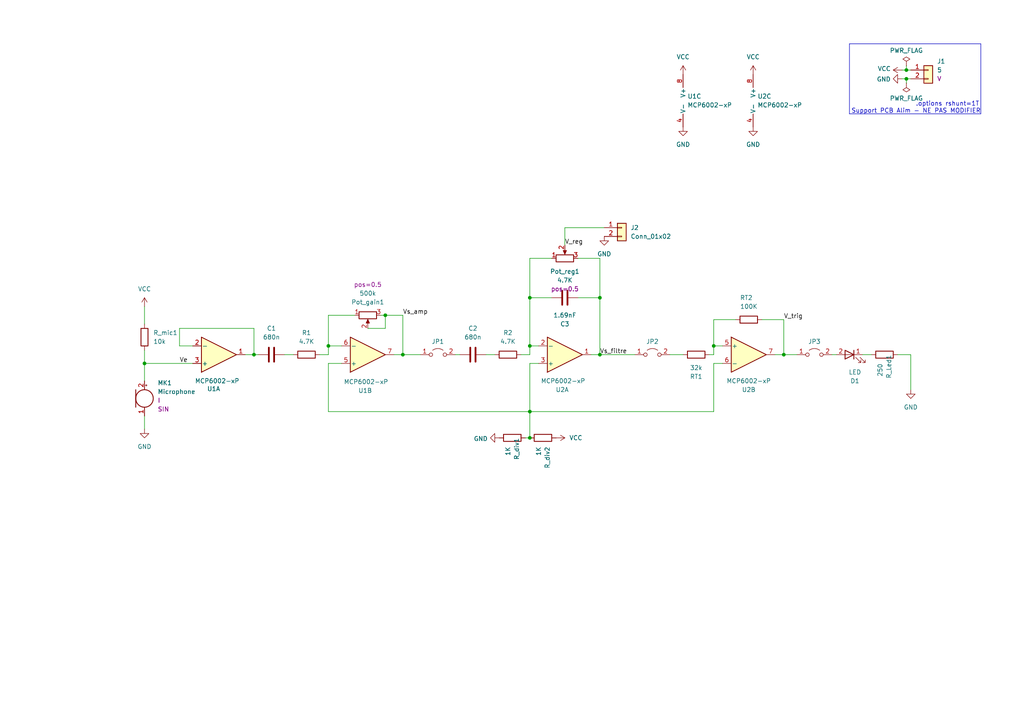
<source format=kicad_sch>
(kicad_sch
	(version 20250114)
	(generator "eeschema")
	(generator_version "9.0")
	(uuid "207adc26-d699-4bc3-8133-a2f3f6376602")
	(paper "A4")
	(lib_symbols
		(symbol "composants-Phelma-S5:C"
			(pin_numbers
				(hide yes)
			)
			(pin_names
				(offset 0.254)
			)
			(exclude_from_sim no)
			(in_bom yes)
			(on_board yes)
			(property "Reference" "C"
				(at 0.635 2.54 0)
				(effects
					(font
						(size 1.27 1.27)
					)
					(justify left)
				)
			)
			(property "Value" "10n"
				(at 0.635 -2.54 0)
				(effects
					(font
						(size 1.27 1.27)
					)
					(justify left)
				)
			)
			(property "Footprint" "LIB_TR_PHELMA:CONDENSATEUR_5.08MM"
				(at 0.9652 -3.81 0)
				(effects
					(font
						(size 1.27 1.27)
					)
					(hide yes)
				)
			)
			(property "Datasheet" "~"
				(at 0 0 0)
				(effects
					(font
						(size 1.27 1.27)
					)
					(hide yes)
				)
			)
			(property "Description" "Unpolarized capacitor"
				(at 0 0 0)
				(effects
					(font
						(size 1.27 1.27)
					)
					(hide yes)
				)
			)
			(property "Sim.Device" "C"
				(at 0 0 0)
				(effects
					(font
						(size 1.27 1.27)
					)
					(hide yes)
				)
			)
			(property "Sim.Pins" "1=+ 2=-"
				(at 0 0 0)
				(effects
					(font
						(size 1.27 1.27)
					)
					(hide yes)
				)
			)
			(property "ki_keywords" "cap capacitor"
				(at 0 0 0)
				(effects
					(font
						(size 1.27 1.27)
					)
					(hide yes)
				)
			)
			(property "ki_fp_filters" "C_*"
				(at 0 0 0)
				(effects
					(font
						(size 1.27 1.27)
					)
					(hide yes)
				)
			)
			(symbol "C_0_1"
				(polyline
					(pts
						(xy -2.032 0.762) (xy 2.032 0.762)
					)
					(stroke
						(width 0.508)
						(type default)
					)
					(fill
						(type none)
					)
				)
				(polyline
					(pts
						(xy -2.032 -0.762) (xy 2.032 -0.762)
					)
					(stroke
						(width 0.508)
						(type default)
					)
					(fill
						(type none)
					)
				)
			)
			(symbol "C_1_1"
				(pin passive line
					(at 0 3.81 270)
					(length 2.794)
					(name "~"
						(effects
							(font
								(size 1.27 1.27)
							)
						)
					)
					(number "1"
						(effects
							(font
								(size 1.27 1.27)
							)
						)
					)
				)
				(pin passive line
					(at 0 -3.81 90)
					(length 2.794)
					(name "~"
						(effects
							(font
								(size 1.27 1.27)
							)
						)
					)
					(number "2"
						(effects
							(font
								(size 1.27 1.27)
							)
						)
					)
				)
			)
			(embedded_fonts no)
		)
		(symbol "composants-Phelma-S5:Conn_01x02"
			(pin_names
				(offset 1.016)
				(hide yes)
			)
			(exclude_from_sim no)
			(in_bom yes)
			(on_board yes)
			(property "Reference" "J"
				(at 0 2.54 0)
				(effects
					(font
						(size 1.27 1.27)
					)
				)
			)
			(property "Value" "Conn_01x02"
				(at 0 -5.08 0)
				(effects
					(font
						(size 1.27 1.27)
					)
				)
			)
			(property "Footprint" "LIB_TR_PHELMA:PinHeader_1x02_P2.54mm_Vertical"
				(at 0 0 0)
				(effects
					(font
						(size 1.27 1.27)
					)
					(hide yes)
				)
			)
			(property "Datasheet" "~"
				(at 0 0 0)
				(effects
					(font
						(size 1.27 1.27)
					)
					(hide yes)
				)
			)
			(property "Description" "Generic connector, single row, 01x02, script generated (kicad-library-utils/schlib/autogen/connector/)"
				(at 0 0 0)
				(effects
					(font
						(size 1.27 1.27)
					)
					(hide yes)
				)
			)
			(property "Sim.Pins" "1=1 2=2"
				(at 0 0 0)
				(effects
					(font
						(size 1.27 1.27)
					)
					(hide yes)
				)
			)
			(property "Sim.Device" "SPICE"
				(at 0 2.54 0)
				(effects
					(font
						(size 1.27 1.27)
					)
				)
			)
			(property "Sim.Params" "type=\"J\" model=\"Conn_01x02\" lib=\"\""
				(at 0 0 0)
				(effects
					(font
						(size 1.27 1.27)
					)
					(hide yes)
				)
			)
			(property "Sim.Enable" "0"
				(at 0 2.54 0)
				(effects
					(font
						(size 1.27 1.27)
					)
				)
			)
			(property "ki_keywords" "connector"
				(at 0 0 0)
				(effects
					(font
						(size 1.27 1.27)
					)
					(hide yes)
				)
			)
			(property "ki_fp_filters" "Connector*:*_1x??_*"
				(at 0 0 0)
				(effects
					(font
						(size 1.27 1.27)
					)
					(hide yes)
				)
			)
			(symbol "Conn_01x02_1_1"
				(rectangle
					(start -1.27 1.27)
					(end 1.27 -3.81)
					(stroke
						(width 0.254)
						(type default)
					)
					(fill
						(type background)
					)
				)
				(rectangle
					(start -1.27 0.127)
					(end 0 -0.127)
					(stroke
						(width 0.1524)
						(type default)
					)
					(fill
						(type none)
					)
				)
				(rectangle
					(start -1.27 -2.413)
					(end 0 -2.667)
					(stroke
						(width 0.1524)
						(type default)
					)
					(fill
						(type none)
					)
				)
				(pin passive line
					(at -5.08 0 0)
					(length 3.81)
					(name "Pin_1"
						(effects
							(font
								(size 1.27 1.27)
							)
						)
					)
					(number "1"
						(effects
							(font
								(size 1.27 1.27)
							)
						)
					)
				)
				(pin passive line
					(at -5.08 -2.54 0)
					(length 3.81)
					(name "Pin_2"
						(effects
							(font
								(size 1.27 1.27)
							)
						)
					)
					(number "2"
						(effects
							(font
								(size 1.27 1.27)
							)
						)
					)
				)
			)
			(embedded_fonts no)
		)
		(symbol "composants-Phelma-S5:GND"
			(power)
			(pin_names
				(offset 0)
			)
			(exclude_from_sim no)
			(in_bom yes)
			(on_board yes)
			(property "Reference" "#PWR"
				(at 0 -6.35 0)
				(effects
					(font
						(size 1.27 1.27)
					)
					(hide yes)
				)
			)
			(property "Value" "GND"
				(at 0 -3.81 0)
				(effects
					(font
						(size 1.27 1.27)
					)
				)
			)
			(property "Footprint" ""
				(at 0 0 0)
				(effects
					(font
						(size 1.27 1.27)
					)
					(hide yes)
				)
			)
			(property "Datasheet" ""
				(at 0 0 0)
				(effects
					(font
						(size 1.27 1.27)
					)
					(hide yes)
				)
			)
			(property "Description" "Power symbol creates a global label with name \"GND\" , ground"
				(at 0 0 0)
				(effects
					(font
						(size 1.27 1.27)
					)
					(hide yes)
				)
			)
			(property "ki_keywords" "power-flag"
				(at 0 0 0)
				(effects
					(font
						(size 1.27 1.27)
					)
					(hide yes)
				)
			)
			(symbol "GND_0_1"
				(polyline
					(pts
						(xy 0 0) (xy 0 -1.27) (xy 1.27 -1.27) (xy 0 -2.54) (xy -1.27 -1.27) (xy 0 -1.27)
					)
					(stroke
						(width 0)
						(type default)
					)
					(fill
						(type none)
					)
				)
			)
			(symbol "GND_1_1"
				(pin power_in line
					(at 0 0 270)
					(length 0)
					(hide yes)
					(name "GND"
						(effects
							(font
								(size 1.27 1.27)
							)
						)
					)
					(number "1"
						(effects
							(font
								(size 1.27 1.27)
							)
						)
					)
				)
			)
			(embedded_fonts no)
		)
		(symbol "composants-Phelma-S5:Jumper_2_Open"
			(pin_names
				(offset 0)
				(hide yes)
			)
			(exclude_from_sim no)
			(in_bom yes)
			(on_board yes)
			(property "Reference" "JP"
				(at 0 2.794 0)
				(effects
					(font
						(size 1.27 1.27)
					)
				)
			)
			(property "Value" "${SIM.PARAMS}"
				(at 0 -2.286 0)
				(effects
					(font
						(size 1.27 1.27)
					)
					(hide yes)
				)
			)
			(property "Footprint" "LIB_TR_PHELMA:PinHeader_1x02_P2.54mm_Vertical"
				(at 0 0 0)
				(effects
					(font
						(size 1.27 1.27)
					)
					(hide yes)
				)
			)
			(property "Datasheet" "~"
				(at 0 0 0)
				(effects
					(font
						(size 1.27 1.27)
					)
					(hide yes)
				)
			)
			(property "Description" "Jumper, 2-pole, open"
				(at 0 0 0)
				(effects
					(font
						(size 1.27 1.27)
					)
					(hide yes)
				)
			)
			(property "Sim.Pins" "1=+ 2=-"
				(at 0 0 0)
				(effects
					(font
						(size 1.27 1.27)
					)
					(hide yes)
				)
			)
			(property "Sim.Device" "R"
				(at 0 2.794 0)
				(effects
					(font
						(size 1.27 1.27)
					)
					(hide yes)
				)
			)
			(property "Sim.Params" "r=1m"
				(at 0 0 0)
				(effects
					(font
						(size 1.27 1.27)
					)
					(hide yes)
				)
			)
			(property "ki_keywords" "Jumper SPST"
				(at 0 0 0)
				(effects
					(font
						(size 1.27 1.27)
					)
					(hide yes)
				)
			)
			(property "ki_fp_filters" "Jumper* TestPoint*2Pads* TestPoint*Bridge*"
				(at 0 0 0)
				(effects
					(font
						(size 1.27 1.27)
					)
					(hide yes)
				)
			)
			(symbol "Jumper_2_Open_0_0"
				(circle
					(center -2.032 0)
					(radius 0.508)
					(stroke
						(width 0)
						(type default)
					)
					(fill
						(type none)
					)
				)
				(circle
					(center 2.032 0)
					(radius 0.508)
					(stroke
						(width 0)
						(type default)
					)
					(fill
						(type none)
					)
				)
			)
			(symbol "Jumper_2_Open_0_1"
				(arc
					(start -1.524 1.27)
					(mid 0 1.778)
					(end 1.524 1.27)
					(stroke
						(width 0)
						(type default)
					)
					(fill
						(type none)
					)
				)
			)
			(symbol "Jumper_2_Open_1_1"
				(pin passive line
					(at -5.08 0 0)
					(length 2.54)
					(name "A"
						(effects
							(font
								(size 1.27 1.27)
							)
						)
					)
					(number "1"
						(effects
							(font
								(size 1.27 1.27)
							)
						)
					)
				)
				(pin passive line
					(at 5.08 0 180)
					(length 2.54)
					(name "B"
						(effects
							(font
								(size 1.27 1.27)
							)
						)
					)
					(number "2"
						(effects
							(font
								(size 1.27 1.27)
							)
						)
					)
				)
			)
			(embedded_fonts no)
		)
		(symbol "composants-Phelma-S5:LED"
			(pin_names
				(offset 1.016)
				(hide yes)
			)
			(exclude_from_sim no)
			(in_bom yes)
			(on_board yes)
			(property "Reference" "D"
				(at 0 2.54 0)
				(effects
					(font
						(size 1.27 1.27)
					)
				)
			)
			(property "Value" "LED"
				(at 0 -2.54 0)
				(effects
					(font
						(size 1.27 1.27)
					)
				)
			)
			(property "Footprint" "LIB_TR_PHELMA:LED_D5.0mm"
				(at 0 0 0)
				(effects
					(font
						(size 1.27 1.27)
					)
					(hide yes)
				)
			)
			(property "Datasheet" "https://www.digchip.com/datasheets/parts/datasheet/1014/NSPW500BS-pdf.php"
				(at 0 0 0)
				(effects
					(font
						(size 1.27 1.27)
					)
					(hide yes)
				)
			)
			(property "Description" "Light emitting diode"
				(at 0 0 0)
				(effects
					(font
						(size 1.27 1.27)
					)
					(hide yes)
				)
			)
			(property "Sim.Library" "${KIPRJMOD}/../Librairies/spicelib/NSPW500BS.lib"
				(at 0 5.08 0)
				(effects
					(font
						(size 1.27 1.27)
					)
					(hide yes)
				)
			)
			(property "Sim.Pins" "1=K 2=A"
				(at 0 2.54 0)
				(effects
					(font
						(size 1.27 1.27)
					)
					(hide yes)
				)
			)
			(property "Sim.Name" "NSPW500BS"
				(at 0 2.54 0)
				(effects
					(font
						(size 1.27 1.27)
					)
					(hide yes)
				)
			)
			(property "Sim.Device" "D"
				(at 0 0 0)
				(effects
					(font
						(size 1.27 1.27)
					)
					(hide yes)
				)
			)
			(property "ki_keywords" "LED diode"
				(at 0 0 0)
				(effects
					(font
						(size 1.27 1.27)
					)
					(hide yes)
				)
			)
			(property "ki_fp_filters" "LED* LED_SMD:* LED_THT:*"
				(at 0 0 0)
				(effects
					(font
						(size 1.27 1.27)
					)
					(hide yes)
				)
			)
			(symbol "LED_0_1"
				(polyline
					(pts
						(xy -3.048 -0.762) (xy -4.572 -2.286) (xy -3.81 -2.286) (xy -4.572 -2.286) (xy -4.572 -1.524)
					)
					(stroke
						(width 0)
						(type default)
					)
					(fill
						(type none)
					)
				)
				(polyline
					(pts
						(xy -1.778 -0.762) (xy -3.302 -2.286) (xy -2.54 -2.286) (xy -3.302 -2.286) (xy -3.302 -1.524)
					)
					(stroke
						(width 0)
						(type default)
					)
					(fill
						(type none)
					)
				)
				(polyline
					(pts
						(xy -1.27 0) (xy 1.27 0)
					)
					(stroke
						(width 0)
						(type default)
					)
					(fill
						(type none)
					)
				)
				(polyline
					(pts
						(xy -1.27 -1.27) (xy -1.27 1.27)
					)
					(stroke
						(width 0.254)
						(type default)
					)
					(fill
						(type none)
					)
				)
				(polyline
					(pts
						(xy 1.27 -1.27) (xy 1.27 1.27) (xy -1.27 0) (xy 1.27 -1.27)
					)
					(stroke
						(width 0.254)
						(type default)
					)
					(fill
						(type none)
					)
				)
			)
			(symbol "LED_1_1"
				(pin passive line
					(at -3.81 0 0)
					(length 2.54)
					(name "K"
						(effects
							(font
								(size 1.27 1.27)
							)
						)
					)
					(number "1"
						(effects
							(font
								(size 1.27 1.27)
							)
						)
					)
				)
				(pin passive line
					(at 3.81 0 180)
					(length 2.54)
					(name "A"
						(effects
							(font
								(size 1.27 1.27)
							)
						)
					)
					(number "2"
						(effects
							(font
								(size 1.27 1.27)
							)
						)
					)
				)
			)
			(embedded_fonts no)
		)
		(symbol "composants-Phelma-S5:MCP6002-xP"
			(pin_names
				(offset 0.127)
			)
			(exclude_from_sim no)
			(in_bom yes)
			(on_board yes)
			(property "Reference" "U"
				(at 0 5.08 0)
				(effects
					(font
						(size 1.27 1.27)
					)
					(justify left)
				)
			)
			(property "Value" "MCP6002-xP"
				(at 0 -5.08 0)
				(effects
					(font
						(size 1.27 1.27)
					)
					(justify left)
				)
			)
			(property "Footprint" "LIB_TR_PHELMA:DIP-8_W7.62mm_Socket_LongPads"
				(at 2.54 -10.16 0)
				(effects
					(font
						(size 1.27 1.27)
					)
					(hide yes)
				)
			)
			(property "Datasheet" "http://ww1.microchip.com/downloads/en/DeviceDoc/21733j.pdf"
				(at 3.81 -7.62 0)
				(effects
					(font
						(size 1.27 1.27)
					)
					(hide yes)
				)
			)
			(property "Description" "1MHz, Low-Power Op Amp, DIP-8"
				(at 0 0 0)
				(effects
					(font
						(size 1.27 1.27)
					)
					(hide yes)
				)
			)
			(property "Sim.Library" "${KICAD8_SYMBOL_DIR}/Simulation_SPICE.sp"
				(at -2.54 7.62 0)
				(effects
					(font
						(size 1.27 1.27)
					)
					(justify left)
					(hide yes)
				)
			)
			(property "Sim.Name" "kicad_builtin_opamp_dual"
				(at 0 0 0)
				(effects
					(font
						(size 1.27 1.27)
					)
					(hide yes)
				)
			)
			(property "Sim.Device" "SUBCKT"
				(at 0 0 0)
				(effects
					(font
						(size 1.27 1.27)
					)
					(hide yes)
				)
			)
			(property "Sim.Pins" "1=out1 2=in1- 3=in1+ 4=vee 5=in2+ 6=in2- 7=out2 8=vcc"
				(at 0 0 0)
				(effects
					(font
						(size 1.27 1.27)
					)
					(hide yes)
				)
			)
			(property "Sim.Params" "POLE=10 GAIN=100K VOFF=0"
				(at 0 0 0)
				(effects
					(font
						(size 1.27 1.27)
					)
					(hide yes)
				)
			)
			(property "ki_locked" ""
				(at 0 0 0)
				(effects
					(font
						(size 1.27 1.27)
					)
				)
			)
			(property "ki_keywords" "dual opamp"
				(at 0 0 0)
				(effects
					(font
						(size 1.27 1.27)
					)
					(hide yes)
				)
			)
			(property "ki_fp_filters" "SOIC*3.9x4.9mm*P1.27mm* DIP*W7.62mm* TO*99* OnSemi*Micro8* TSSOP*3x3mm*P0.65mm* TSSOP*4.4x3mm*P0.65mm* MSOP*3x3mm*P0.65mm* SSOP*3.9x4.9mm*P0.635mm* LFCSP*2x2mm*P0.5mm* *SIP* SOIC*5.3x6.2mm*P1.27mm*"
				(at 0 0 0)
				(effects
					(font
						(size 1.27 1.27)
					)
					(hide yes)
				)
			)
			(symbol "MCP6002-xP_1_1"
				(polyline
					(pts
						(xy -5.08 -5.08) (xy 5.08 0) (xy -5.08 5.08) (xy -5.08 -5.08)
					)
					(stroke
						(width 0.254)
						(type default)
					)
					(fill
						(type background)
					)
				)
				(pin input line
					(at -7.62 2.54 0)
					(length 2.54)
					(name "-"
						(effects
							(font
								(size 1.27 1.27)
							)
						)
					)
					(number "2"
						(effects
							(font
								(size 1.27 1.27)
							)
						)
					)
				)
				(pin input line
					(at -7.62 -2.54 0)
					(length 2.54)
					(name "+"
						(effects
							(font
								(size 1.27 1.27)
							)
						)
					)
					(number "3"
						(effects
							(font
								(size 1.27 1.27)
							)
						)
					)
				)
				(pin output line
					(at 7.62 0 180)
					(length 2.54)
					(name "~"
						(effects
							(font
								(size 1.27 1.27)
							)
						)
					)
					(number "1"
						(effects
							(font
								(size 1.27 1.27)
							)
						)
					)
				)
			)
			(symbol "MCP6002-xP_2_1"
				(polyline
					(pts
						(xy -5.08 -5.08) (xy 5.08 0) (xy -5.08 5.08) (xy -5.08 -5.08)
					)
					(stroke
						(width 0.254)
						(type default)
					)
					(fill
						(type background)
					)
				)
				(pin input line
					(at -7.62 2.54 0)
					(length 2.54)
					(name "-"
						(effects
							(font
								(size 1.27 1.27)
							)
						)
					)
					(number "6"
						(effects
							(font
								(size 1.27 1.27)
							)
						)
					)
				)
				(pin input line
					(at -7.62 -2.54 0)
					(length 2.54)
					(name "+"
						(effects
							(font
								(size 1.27 1.27)
							)
						)
					)
					(number "5"
						(effects
							(font
								(size 1.27 1.27)
							)
						)
					)
				)
				(pin output line
					(at 7.62 0 180)
					(length 2.54)
					(name "~"
						(effects
							(font
								(size 1.27 1.27)
							)
						)
					)
					(number "7"
						(effects
							(font
								(size 1.27 1.27)
							)
						)
					)
				)
			)
			(symbol "MCP6002-xP_3_1"
				(pin power_in line
					(at -2.54 7.62 270)
					(length 3.81)
					(name "V+"
						(effects
							(font
								(size 1.27 1.27)
							)
						)
					)
					(number "8"
						(effects
							(font
								(size 1.27 1.27)
							)
						)
					)
				)
				(pin power_in line
					(at -2.54 -7.62 90)
					(length 3.81)
					(name "V-"
						(effects
							(font
								(size 1.27 1.27)
							)
						)
					)
					(number "4"
						(effects
							(font
								(size 1.27 1.27)
							)
						)
					)
				)
			)
			(embedded_fonts no)
		)
		(symbol "composants-Phelma-S5:Microphone"
			(pin_names
				(offset 0.0254)
				(hide yes)
			)
			(exclude_from_sim no)
			(in_bom yes)
			(on_board yes)
			(property "Reference" "MK"
				(at -3.81 1.27 0)
				(effects
					(font
						(size 1.27 1.27)
					)
					(justify right)
				)
			)
			(property "Value" "Microphone"
				(at -3.81 -0.635 0)
				(effects
					(font
						(size 1.27 1.27)
					)
					(justify right)
				)
			)
			(property "Footprint" "LIB_TR_PHELMA:PinHeader_1x02_P2.54mm_Vertical"
				(at 0 2.54 90)
				(effects
					(font
						(size 1.27 1.27)
					)
					(hide yes)
				)
			)
			(property "Datasheet" "~"
				(at 0 2.54 90)
				(effects
					(font
						(size 1.27 1.27)
					)
					(hide yes)
				)
			)
			(property "Description" "Microphone"
				(at 0 0 0)
				(effects
					(font
						(size 1.27 1.27)
					)
					(hide yes)
				)
			)
			(property "Sim.Pins" "1=+ 2=-"
				(at 0 0 0)
				(effects
					(font
						(size 1.27 1.27)
					)
					(hide yes)
				)
			)
			(property "Sim.Device" "I"
				(at -3.81 1.27 0)
				(effects
					(font
						(size 1.27 1.27)
					)
					(justify right)
				)
			)
			(property "Sim.Params" "dc=0 ampl=0.1m f=1k td=0 theta=0 phase=0 ac=1"
				(at 0 0 0)
				(effects
					(font
						(size 1.27 1.27)
					)
					(hide yes)
				)
			)
			(property "Sim.Type" "SIN"
				(at 0 0 0)
				(effects
					(font
						(size 1.27 1.27)
					)
				)
			)
			(property "ki_keywords" "microphone"
				(at 0 0 0)
				(effects
					(font
						(size 1.27 1.27)
					)
					(hide yes)
				)
			)
			(symbol "Microphone_0_1"
				(polyline
					(pts
						(xy -2.54 2.54) (xy -2.54 -2.54)
					)
					(stroke
						(width 0.254)
						(type default)
					)
					(fill
						(type none)
					)
				)
				(circle
					(center 0 0)
					(radius 2.54)
					(stroke
						(width 0.254)
						(type default)
					)
					(fill
						(type none)
					)
				)
				(polyline
					(pts
						(xy 0.254 3.81) (xy 0.762 3.81)
					)
					(stroke
						(width 0)
						(type default)
					)
					(fill
						(type none)
					)
				)
				(polyline
					(pts
						(xy 0.508 4.064) (xy 0.508 3.556)
					)
					(stroke
						(width 0)
						(type default)
					)
					(fill
						(type none)
					)
				)
			)
			(symbol "Microphone_1_1"
				(pin passive line
					(at 0 5.08 270)
					(length 2.54)
					(name "+"
						(effects
							(font
								(size 1.27 1.27)
							)
						)
					)
					(number "2"
						(effects
							(font
								(size 1.27 1.27)
							)
						)
					)
				)
				(pin passive line
					(at 0 -5.08 90)
					(length 2.54)
					(name "-"
						(effects
							(font
								(size 1.27 1.27)
							)
						)
					)
					(number "1"
						(effects
							(font
								(size 1.27 1.27)
							)
						)
					)
				)
			)
			(embedded_fonts no)
		)
		(symbol "composants-Phelma-S5:R"
			(pin_numbers
				(hide yes)
			)
			(pin_names
				(offset 0)
			)
			(exclude_from_sim no)
			(in_bom yes)
			(on_board yes)
			(property "Reference" "R"
				(at 2.032 0 90)
				(effects
					(font
						(size 1.27 1.27)
					)
				)
			)
			(property "Value" "1K"
				(at 0 0 90)
				(effects
					(font
						(size 1.27 1.27)
					)
				)
			)
			(property "Footprint" "LIB_TR_PHELMA:R_Axial_DIN0207_L6.3mm_D2.5mm_P10.16mm_Horizontal"
				(at -1.778 0 90)
				(effects
					(font
						(size 1.27 1.27)
					)
					(hide yes)
				)
			)
			(property "Datasheet" "~"
				(at 0 0 0)
				(effects
					(font
						(size 1.27 1.27)
					)
					(hide yes)
				)
			)
			(property "Description" "Resistor"
				(at 0 0 0)
				(effects
					(font
						(size 1.27 1.27)
					)
					(hide yes)
				)
			)
			(property "Sim.Device" "R"
				(at 0 0 0)
				(effects
					(font
						(size 1.27 1.27)
					)
					(hide yes)
				)
			)
			(property "Sim.Pins" "1=+ 2=-"
				(at 0 0 0)
				(effects
					(font
						(size 1.27 1.27)
					)
					(hide yes)
				)
			)
			(property "ki_keywords" "R res resistor"
				(at 0 0 0)
				(effects
					(font
						(size 1.27 1.27)
					)
					(hide yes)
				)
			)
			(property "ki_fp_filters" "R_*"
				(at 0 0 0)
				(effects
					(font
						(size 1.27 1.27)
					)
					(hide yes)
				)
			)
			(symbol "R_0_1"
				(rectangle
					(start -1.016 -2.54)
					(end 1.016 2.54)
					(stroke
						(width 0.254)
						(type default)
					)
					(fill
						(type none)
					)
				)
			)
			(symbol "R_1_1"
				(pin passive line
					(at 0 3.81 270)
					(length 1.27)
					(name "~"
						(effects
							(font
								(size 1.27 1.27)
							)
						)
					)
					(number "1"
						(effects
							(font
								(size 1.27 1.27)
							)
						)
					)
				)
				(pin passive line
					(at 0 -3.81 90)
					(length 1.27)
					(name "~"
						(effects
							(font
								(size 1.27 1.27)
							)
						)
					)
					(number "2"
						(effects
							(font
								(size 1.27 1.27)
							)
						)
					)
				)
			)
			(embedded_fonts no)
		)
		(symbol "composants-Phelma-S5:R_Potentiometer"
			(pin_names
				(offset 1.016)
				(hide yes)
			)
			(exclude_from_sim no)
			(in_bom yes)
			(on_board yes)
			(property "Reference" "R2"
				(at 10.922 0.254 90)
				(effects
					(font
						(size 1.27 1.27)
					)
				)
			)
			(property "Value" "220K"
				(at 8.382 0.254 90)
				(effects
					(font
						(size 1.27 1.27)
					)
				)
			)
			(property "Footprint" "LIB_TR_PHELMA:Potentiometer_Piher_PT-10-V10_Vertical"
				(at 24.13 -11.43 0)
				(effects
					(font
						(size 1.27 1.27)
					)
					(hide yes)
				)
			)
			(property "Datasheet" "~"
				(at 0 0 0)
				(effects
					(font
						(size 1.27 1.27)
					)
					(hide yes)
				)
			)
			(property "Description" "Potentiometer"
				(at 0 0 0)
				(effects
					(font
						(size 1.27 1.27)
					)
					(hide yes)
				)
			)
			(property "Sim.Pins" "1=r0 2=wiper 3=r1"
				(at 11.43 -3.81 0)
				(effects
					(font
						(size 1.27 1.27)
					)
					(hide yes)
				)
			)
			(property "Sim.Device" "R"
				(at 0 0 0)
				(effects
					(font
						(size 1.27 1.27)
					)
					(hide yes)
				)
			)
			(property "Sim.Type" "POT"
				(at -5.08 3.81 0)
				(effects
					(font
						(size 1.27 1.27)
					)
					(hide yes)
				)
			)
			(property "Sim.Params" "pos=1"
				(at 5.842 0.254 90)
				(effects
					(font
						(size 1.27 1.27)
					)
				)
			)
			(property "ki_keywords" "resistor variable"
				(at 0 0 0)
				(effects
					(font
						(size 1.27 1.27)
					)
					(hide yes)
				)
			)
			(property "ki_fp_filters" "Potentiometer*"
				(at 0 0 0)
				(effects
					(font
						(size 1.27 1.27)
					)
					(hide yes)
				)
			)
			(symbol "R_Potentiometer_0_1"
				(rectangle
					(start -1.016 2.54)
					(end 1.016 -2.54)
					(stroke
						(width 0.254)
						(type default)
					)
					(fill
						(type none)
					)
				)
				(polyline
					(pts
						(xy 1.143 0) (xy 2.286 0.508) (xy 2.286 -0.508) (xy 1.143 0)
					)
					(stroke
						(width 0)
						(type default)
					)
					(fill
						(type outline)
					)
				)
				(polyline
					(pts
						(xy 2.54 0) (xy 1.524 0)
					)
					(stroke
						(width 0)
						(type default)
					)
					(fill
						(type none)
					)
				)
			)
			(symbol "R_Potentiometer_1_1"
				(pin passive line
					(at 0 3.81 270)
					(length 1.27)
					(name "1"
						(effects
							(font
								(size 1.27 1.27)
							)
						)
					)
					(number "1"
						(effects
							(font
								(size 1.27 1.27)
							)
						)
					)
				)
				(pin passive line
					(at 0 -3.81 90)
					(length 1.27)
					(name "3"
						(effects
							(font
								(size 1.27 1.27)
							)
						)
					)
					(number "3"
						(effects
							(font
								(size 1.27 1.27)
							)
						)
					)
				)
				(pin passive line
					(at 3.81 0 180)
					(length 1.27)
					(name "2"
						(effects
							(font
								(size 1.27 1.27)
							)
						)
					)
					(number "2"
						(effects
							(font
								(size 1.27 1.27)
							)
						)
					)
				)
			)
			(embedded_fonts no)
		)
		(symbol "composants-Phelma-S5:VCC"
			(power)
			(pin_names
				(offset 0)
			)
			(exclude_from_sim no)
			(in_bom yes)
			(on_board yes)
			(property "Reference" "#PWR"
				(at 0 -3.81 0)
				(effects
					(font
						(size 1.27 1.27)
					)
					(hide yes)
				)
			)
			(property "Value" "VCC"
				(at 0 3.81 0)
				(effects
					(font
						(size 1.27 1.27)
					)
				)
			)
			(property "Footprint" ""
				(at 0 0 0)
				(effects
					(font
						(size 1.27 1.27)
					)
					(hide yes)
				)
			)
			(property "Datasheet" ""
				(at 0 0 0)
				(effects
					(font
						(size 1.27 1.27)
					)
					(hide yes)
				)
			)
			(property "Description" "Power symbol creates a global label with name \"VCC\""
				(at 0 0 0)
				(effects
					(font
						(size 1.27 1.27)
					)
					(hide yes)
				)
			)
			(property "ki_keywords" "power-flag"
				(at 0 0 0)
				(effects
					(font
						(size 1.27 1.27)
					)
					(hide yes)
				)
			)
			(symbol "VCC_0_1"
				(polyline
					(pts
						(xy -0.762 1.27) (xy 0 2.54)
					)
					(stroke
						(width 0)
						(type default)
					)
					(fill
						(type none)
					)
				)
				(polyline
					(pts
						(xy 0 2.54) (xy 0.762 1.27)
					)
					(stroke
						(width 0)
						(type default)
					)
					(fill
						(type none)
					)
				)
				(polyline
					(pts
						(xy 0 0) (xy 0 2.54)
					)
					(stroke
						(width 0)
						(type default)
					)
					(fill
						(type none)
					)
				)
			)
			(symbol "VCC_1_1"
				(pin power_in line
					(at 0 0 90)
					(length 0)
					(hide yes)
					(name "VCC"
						(effects
							(font
								(size 1.27 1.27)
							)
						)
					)
					(number "1"
						(effects
							(font
								(size 1.27 1.27)
							)
						)
					)
				)
			)
			(embedded_fonts no)
		)
		(symbol "power:GND"
			(power)
			(pin_names
				(offset 0)
			)
			(exclude_from_sim no)
			(in_bom yes)
			(on_board yes)
			(property "Reference" "#PWR"
				(at 0 -6.35 0)
				(effects
					(font
						(size 1.27 1.27)
					)
					(hide yes)
				)
			)
			(property "Value" "GND"
				(at 0 -3.81 0)
				(effects
					(font
						(size 1.27 1.27)
					)
				)
			)
			(property "Footprint" ""
				(at 0 0 0)
				(effects
					(font
						(size 1.27 1.27)
					)
					(hide yes)
				)
			)
			(property "Datasheet" ""
				(at 0 0 0)
				(effects
					(font
						(size 1.27 1.27)
					)
					(hide yes)
				)
			)
			(property "Description" "Power symbol creates a global label with name \"GND\" , ground"
				(at 0 0 0)
				(effects
					(font
						(size 1.27 1.27)
					)
					(hide yes)
				)
			)
			(property "ki_keywords" "power-flag"
				(at 0 0 0)
				(effects
					(font
						(size 1.27 1.27)
					)
					(hide yes)
				)
			)
			(symbol "GND_0_1"
				(polyline
					(pts
						(xy 0 0) (xy 0 -1.27) (xy 1.27 -1.27) (xy 0 -2.54) (xy -1.27 -1.27) (xy 0 -1.27)
					)
					(stroke
						(width 0)
						(type default)
					)
					(fill
						(type none)
					)
				)
			)
			(symbol "GND_1_1"
				(pin power_in line
					(at 0 0 270)
					(length 0)
					(hide yes)
					(name "GND"
						(effects
							(font
								(size 1.27 1.27)
							)
						)
					)
					(number "1"
						(effects
							(font
								(size 1.27 1.27)
							)
						)
					)
				)
			)
			(embedded_fonts no)
		)
		(symbol "power:PWR_FLAG"
			(power)
			(pin_numbers
				(hide yes)
			)
			(pin_names
				(offset 0)
				(hide yes)
			)
			(exclude_from_sim no)
			(in_bom yes)
			(on_board yes)
			(property "Reference" "#FLG"
				(at 0 1.905 0)
				(effects
					(font
						(size 1.27 1.27)
					)
					(hide yes)
				)
			)
			(property "Value" "PWR_FLAG"
				(at 0 3.81 0)
				(effects
					(font
						(size 1.27 1.27)
					)
				)
			)
			(property "Footprint" ""
				(at 0 0 0)
				(effects
					(font
						(size 1.27 1.27)
					)
					(hide yes)
				)
			)
			(property "Datasheet" "~"
				(at 0 0 0)
				(effects
					(font
						(size 1.27 1.27)
					)
					(hide yes)
				)
			)
			(property "Description" "Special symbol for telling ERC where power comes from"
				(at 0 0 0)
				(effects
					(font
						(size 1.27 1.27)
					)
					(hide yes)
				)
			)
			(property "ki_keywords" "power-flag"
				(at 0 0 0)
				(effects
					(font
						(size 1.27 1.27)
					)
					(hide yes)
				)
			)
			(symbol "PWR_FLAG_0_0"
				(pin power_out line
					(at 0 0 90)
					(length 0)
					(name "pwr"
						(effects
							(font
								(size 1.27 1.27)
							)
						)
					)
					(number "1"
						(effects
							(font
								(size 1.27 1.27)
							)
						)
					)
				)
			)
			(symbol "PWR_FLAG_0_1"
				(polyline
					(pts
						(xy 0 0) (xy 0 1.27) (xy -1.016 1.905) (xy 0 2.54) (xy 1.016 1.905) (xy 0 1.27)
					)
					(stroke
						(width 0)
						(type default)
					)
					(fill
						(type none)
					)
				)
			)
			(embedded_fonts no)
		)
		(symbol "power:VCC"
			(power)
			(pin_names
				(offset 0)
			)
			(exclude_from_sim no)
			(in_bom yes)
			(on_board yes)
			(property "Reference" "#PWR"
				(at 0 -3.81 0)
				(effects
					(font
						(size 1.27 1.27)
					)
					(hide yes)
				)
			)
			(property "Value" "VCC"
				(at 0 3.81 0)
				(effects
					(font
						(size 1.27 1.27)
					)
				)
			)
			(property "Footprint" ""
				(at 0 0 0)
				(effects
					(font
						(size 1.27 1.27)
					)
					(hide yes)
				)
			)
			(property "Datasheet" ""
				(at 0 0 0)
				(effects
					(font
						(size 1.27 1.27)
					)
					(hide yes)
				)
			)
			(property "Description" "Power symbol creates a global label with name \"VCC\""
				(at 0 0 0)
				(effects
					(font
						(size 1.27 1.27)
					)
					(hide yes)
				)
			)
			(property "ki_keywords" "power-flag"
				(at 0 0 0)
				(effects
					(font
						(size 1.27 1.27)
					)
					(hide yes)
				)
			)
			(symbol "VCC_0_1"
				(polyline
					(pts
						(xy -0.762 1.27) (xy 0 2.54)
					)
					(stroke
						(width 0)
						(type default)
					)
					(fill
						(type none)
					)
				)
				(polyline
					(pts
						(xy 0 2.54) (xy 0.762 1.27)
					)
					(stroke
						(width 0)
						(type default)
					)
					(fill
						(type none)
					)
				)
				(polyline
					(pts
						(xy 0 0) (xy 0 2.54)
					)
					(stroke
						(width 0)
						(type default)
					)
					(fill
						(type none)
					)
				)
			)
			(symbol "VCC_1_1"
				(pin power_in line
					(at 0 0 90)
					(length 0)
					(hide yes)
					(name "VCC"
						(effects
							(font
								(size 1.27 1.27)
							)
						)
					)
					(number "1"
						(effects
							(font
								(size 1.27 1.27)
							)
						)
					)
				)
			)
			(embedded_fonts no)
		)
	)
	(text "Support PCB Alim - NE PAS MODIFIER"
		(exclude_from_sim no)
		(at 284.48 33.02 0)
		(effects
			(font
				(size 1.27 1.27)
			)
			(justify right bottom)
		)
		(uuid "22634fcc-fd0b-4cdc-97ea-a3959318731d")
	)
	(text ".options rshunt=1T"
		(exclude_from_sim no)
		(at 274.828 30.226 0)
		(effects
			(font
				(size 1.27 1.27)
			)
		)
		(uuid "cd85e0d6-6f57-4d96-a13b-1eec2f9bc0c7")
	)
	(junction
		(at 153.67 127)
		(diameter 0)
		(color 0 0 0 0)
		(uuid "3672ba68-2f66-45bc-bf1f-19108cded929")
	)
	(junction
		(at 207.01 100.33)
		(diameter 0)
		(color 0 0 0 0)
		(uuid "3698c346-ad40-41e1-8ceb-837a24285831")
	)
	(junction
		(at 173.99 86.36)
		(diameter 0)
		(color 0 0 0 0)
		(uuid "44343137-5f0b-4022-92b3-54379f23ade9")
	)
	(junction
		(at 111.76 91.44)
		(diameter 0)
		(color 0 0 0 0)
		(uuid "573a11b9-6dcc-4983-bc26-10bb01fb2abe")
	)
	(junction
		(at 116.84 102.87)
		(diameter 0)
		(color 0 0 0 0)
		(uuid "5a77c3c4-6e67-4bff-a57b-61bd07cafd72")
	)
	(junction
		(at 73.66 102.87)
		(diameter 0)
		(color 0 0 0 0)
		(uuid "6777e851-acc0-4f73-bf68-ad89545b8d8d")
	)
	(junction
		(at 95.25 100.33)
		(diameter 0)
		(color 0 0 0 0)
		(uuid "87a69df5-f506-4a07-a71c-62e2be0661e5")
	)
	(junction
		(at 173.99 102.87)
		(diameter 0)
		(color 0 0 0 0)
		(uuid "975d50c4-c74d-4a16-a523-6d3e7d634070")
	)
	(junction
		(at 153.67 86.36)
		(diameter 0)
		(color 0 0 0 0)
		(uuid "b9f85112-382a-419b-a499-2075d8af2747")
	)
	(junction
		(at 262.89 22.86)
		(diameter 0)
		(color 0 0 0 0)
		(uuid "c52bcf35-f464-4939-99b7-0741211364ff")
	)
	(junction
		(at 41.91 105.41)
		(diameter 0)
		(color 0 0 0 0)
		(uuid "e7bb92e1-5c5d-4868-9db2-990bcac20c19")
	)
	(junction
		(at 262.89 20.32)
		(diameter 0)
		(color 0 0 0 0)
		(uuid "ed16e236-77f4-41aa-bcc9-a36ac3fe373d")
	)
	(junction
		(at 153.67 119.38)
		(diameter 0)
		(color 0 0 0 0)
		(uuid "fb922066-e92f-44b0-bff0-8ac716bb806e")
	)
	(junction
		(at 153.67 100.33)
		(diameter 0)
		(color 0 0 0 0)
		(uuid "fd156ffe-a997-4576-a963-020f2184fc9f")
	)
	(junction
		(at 227.33 102.87)
		(diameter 0)
		(color 0 0 0 0)
		(uuid "fdfef30c-6aa5-4453-931c-044c2444489d")
	)
	(wire
		(pts
			(xy 207.01 105.41) (xy 209.55 105.41)
		)
		(stroke
			(width 0)
			(type default)
		)
		(uuid "01d687af-8c8a-44fe-9e35-3ce2a4a41808")
	)
	(wire
		(pts
			(xy 99.06 100.33) (xy 95.25 100.33)
		)
		(stroke
			(width 0)
			(type default)
		)
		(uuid "02c89c2a-4bf7-41ea-9fa3-df257f915b64")
	)
	(wire
		(pts
			(xy 153.67 86.36) (xy 160.02 86.36)
		)
		(stroke
			(width 0)
			(type default)
		)
		(uuid "050b1cd5-c203-4a4b-9c8f-6c96a76e0b80")
	)
	(wire
		(pts
			(xy 173.99 86.36) (xy 173.99 102.87)
		)
		(stroke
			(width 0)
			(type default)
		)
		(uuid "0edd2d47-2aea-4ab9-ae16-cf163e721990")
	)
	(wire
		(pts
			(xy 207.01 100.33) (xy 209.55 100.33)
		)
		(stroke
			(width 0)
			(type default)
		)
		(uuid "11eee506-00a1-4926-baf6-da32ca7e186b")
	)
	(wire
		(pts
			(xy 173.99 102.87) (xy 184.15 102.87)
		)
		(stroke
			(width 0)
			(type default)
		)
		(uuid "13e23c8f-bee0-4ad6-baa9-4659cc4c2231")
	)
	(wire
		(pts
			(xy 167.64 74.93) (xy 173.99 74.93)
		)
		(stroke
			(width 0)
			(type default)
		)
		(uuid "14da55a7-e160-4171-981d-6bbb6af4ebe3")
	)
	(wire
		(pts
			(xy 95.25 119.38) (xy 153.67 119.38)
		)
		(stroke
			(width 0)
			(type default)
		)
		(uuid "16ae0eb6-9929-45a9-85f8-c4c931b8c63e")
	)
	(wire
		(pts
			(xy 207.01 92.71) (xy 207.01 100.33)
		)
		(stroke
			(width 0)
			(type default)
		)
		(uuid "17217697-bb47-4f2c-9ac9-4ea62fe1551f")
	)
	(wire
		(pts
			(xy 110.49 91.44) (xy 111.76 91.44)
		)
		(stroke
			(width 0)
			(type default)
		)
		(uuid "1be869f9-6ea5-4386-8328-a33c62671638")
	)
	(wire
		(pts
			(xy 207.01 92.71) (xy 213.36 92.71)
		)
		(stroke
			(width 0)
			(type default)
		)
		(uuid "26e0ff83-bf3e-436c-97fd-4917be2ef597")
	)
	(polyline
		(pts
			(xy 284.48 33.02) (xy 246.38 33.02)
		)
		(stroke
			(width 0)
			(type default)
		)
		(uuid "2808e274-470b-4000-ab52-e07c70937c9f")
	)
	(wire
		(pts
			(xy 92.71 102.87) (xy 95.25 102.87)
		)
		(stroke
			(width 0)
			(type default)
		)
		(uuid "2a082b66-c06b-48e8-b08b-e3f39cd97f37")
	)
	(polyline
		(pts
			(xy 246.38 12.7) (xy 284.48 12.7)
		)
		(stroke
			(width 0)
			(type default)
		)
		(uuid "2c4cb6b6-9bbd-4734-9e50-0965725cabe8")
	)
	(wire
		(pts
			(xy 71.12 102.87) (xy 73.66 102.87)
		)
		(stroke
			(width 0)
			(type default)
		)
		(uuid "2d17aa51-0b36-4867-b922-38f2a75d1a40")
	)
	(wire
		(pts
			(xy 41.91 120.65) (xy 41.91 124.46)
		)
		(stroke
			(width 0)
			(type default)
		)
		(uuid "3709e43b-45a1-40b1-aa7d-39fa302e9f9e")
	)
	(wire
		(pts
			(xy 41.91 88.9) (xy 41.91 93.98)
		)
		(stroke
			(width 0)
			(type default)
		)
		(uuid "37ba6fbe-c26d-4b23-b209-69dedec751be")
	)
	(wire
		(pts
			(xy 111.76 91.44) (xy 116.84 91.44)
		)
		(stroke
			(width 0)
			(type default)
		)
		(uuid "39c64c59-4d7d-4f8f-9687-e9e9f8ce09d7")
	)
	(wire
		(pts
			(xy 262.89 22.86) (xy 264.16 22.86)
		)
		(stroke
			(width 0)
			(type default)
		)
		(uuid "4066fcb2-0b6d-4902-bbac-f9304738f614")
	)
	(wire
		(pts
			(xy 95.25 100.33) (xy 95.25 91.44)
		)
		(stroke
			(width 0)
			(type default)
		)
		(uuid "40dcb6da-5ceb-4c7e-b469-4aab8dff2f32")
	)
	(wire
		(pts
			(xy 160.02 74.93) (xy 153.67 74.93)
		)
		(stroke
			(width 0)
			(type default)
		)
		(uuid "4e16c660-1621-423f-a41a-af2292bbe248")
	)
	(wire
		(pts
			(xy 153.67 102.87) (xy 151.13 102.87)
		)
		(stroke
			(width 0)
			(type default)
		)
		(uuid "4f4e5e82-7e71-41aa-813c-bba1b0568ecf")
	)
	(wire
		(pts
			(xy 106.68 95.25) (xy 111.76 95.25)
		)
		(stroke
			(width 0)
			(type default)
		)
		(uuid "52f95e19-410a-4121-b1cf-5b5520543ef5")
	)
	(wire
		(pts
			(xy 153.67 100.33) (xy 153.67 102.87)
		)
		(stroke
			(width 0)
			(type default)
		)
		(uuid "56ecb58b-a09a-42f5-a109-0b5e6a84cf75")
	)
	(wire
		(pts
			(xy 116.84 102.87) (xy 121.92 102.87)
		)
		(stroke
			(width 0)
			(type default)
		)
		(uuid "5705865e-69b1-45f5-8a5e-9cac5848ecc2")
	)
	(wire
		(pts
			(xy 264.16 102.87) (xy 260.35 102.87)
		)
		(stroke
			(width 0)
			(type default)
		)
		(uuid "5963327d-5e83-4fda-a463-be489230e938")
	)
	(wire
		(pts
			(xy 194.31 102.87) (xy 198.12 102.87)
		)
		(stroke
			(width 0)
			(type default)
		)
		(uuid "611b93de-9bf0-4cbf-a693-0955a37929b6")
	)
	(wire
		(pts
			(xy 261.62 22.86) (xy 262.89 22.86)
		)
		(stroke
			(width 0)
			(type default)
		)
		(uuid "67b6d6a1-c1a3-4620-9f7c-4a2337782fd7")
	)
	(wire
		(pts
			(xy 52.07 95.25) (xy 52.07 100.33)
		)
		(stroke
			(width 0)
			(type default)
		)
		(uuid "6af02156-d165-4777-8a97-aba9e413165f")
	)
	(wire
		(pts
			(xy 227.33 92.71) (xy 227.33 102.87)
		)
		(stroke
			(width 0)
			(type default)
		)
		(uuid "6b72e4bb-5209-41e2-b4d7-37be953b8469")
	)
	(wire
		(pts
			(xy 116.84 91.44) (xy 116.84 102.87)
		)
		(stroke
			(width 0)
			(type default)
		)
		(uuid "6b7f9ec1-b076-4fc3-88c3-bf204d2a2220")
	)
	(wire
		(pts
			(xy 73.66 102.87) (xy 74.93 102.87)
		)
		(stroke
			(width 0)
			(type default)
		)
		(uuid "6e173fda-9a7f-4e5a-aa7e-1ed1d54f0dcd")
	)
	(wire
		(pts
			(xy 261.62 20.32) (xy 262.89 20.32)
		)
		(stroke
			(width 0)
			(type default)
		)
		(uuid "6f1471c7-6964-41b4-b38a-197b53a7e3f3")
	)
	(wire
		(pts
			(xy 132.08 102.87) (xy 133.35 102.87)
		)
		(stroke
			(width 0)
			(type default)
		)
		(uuid "6f68913b-6127-4226-b9c4-fec1c7021163")
	)
	(polyline
		(pts
			(xy 246.38 33.02) (xy 246.38 12.7)
		)
		(stroke
			(width 0)
			(type default)
		)
		(uuid "78be61ed-26c7-4cac-9458-b485ab337a84")
	)
	(wire
		(pts
			(xy 163.83 66.04) (xy 163.83 71.12)
		)
		(stroke
			(width 0)
			(type default)
		)
		(uuid "82fc15e6-dfe3-4739-ae00-a2abe0685a12")
	)
	(wire
		(pts
			(xy 41.91 105.41) (xy 41.91 110.49)
		)
		(stroke
			(width 0)
			(type default)
		)
		(uuid "92abf533-fa6c-4e96-9564-46afb7303b12")
	)
	(wire
		(pts
			(xy 207.01 105.41) (xy 207.01 119.38)
		)
		(stroke
			(width 0)
			(type default)
		)
		(uuid "934d6e33-3a7f-4602-b4b5-8010f53e48d7")
	)
	(wire
		(pts
			(xy 262.89 20.32) (xy 264.16 20.32)
		)
		(stroke
			(width 0)
			(type default)
		)
		(uuid "947df063-893d-449e-82d0-926b65edfabb")
	)
	(wire
		(pts
			(xy 153.67 119.38) (xy 153.67 127)
		)
		(stroke
			(width 0)
			(type default)
		)
		(uuid "99247080-8e6a-4f6e-9385-179b08592f0d")
	)
	(wire
		(pts
			(xy 175.26 66.04) (xy 163.83 66.04)
		)
		(stroke
			(width 0)
			(type default)
		)
		(uuid "9b325b56-d6f7-4e6e-96ff-2de019573eb0")
	)
	(wire
		(pts
			(xy 95.25 91.44) (xy 102.87 91.44)
		)
		(stroke
			(width 0)
			(type default)
		)
		(uuid "9bc4c5c0-bd99-4bd7-8311-76fc25ad3b04")
	)
	(wire
		(pts
			(xy 224.79 102.87) (xy 227.33 102.87)
		)
		(stroke
			(width 0)
			(type default)
		)
		(uuid "9dce413e-b45d-4b8f-a4c9-ab443fd545b7")
	)
	(wire
		(pts
			(xy 111.76 95.25) (xy 111.76 91.44)
		)
		(stroke
			(width 0)
			(type default)
		)
		(uuid "a0fad5dc-8af3-4284-92e5-c6c6b44ad25e")
	)
	(wire
		(pts
			(xy 241.3 102.87) (xy 242.57 102.87)
		)
		(stroke
			(width 0)
			(type default)
		)
		(uuid "a1be9346-d253-4575-b55e-106cb3818ce4")
	)
	(wire
		(pts
			(xy 82.55 102.87) (xy 85.09 102.87)
		)
		(stroke
			(width 0)
			(type default)
		)
		(uuid "a4717aa6-dad4-4cb8-a016-6af008dd12e2")
	)
	(wire
		(pts
			(xy 262.89 24.13) (xy 262.89 22.86)
		)
		(stroke
			(width 0)
			(type default)
		)
		(uuid "a4f84532-61a4-49d1-913e-c0a1999d2007")
	)
	(wire
		(pts
			(xy 207.01 100.33) (xy 207.01 102.87)
		)
		(stroke
			(width 0)
			(type default)
		)
		(uuid "a8437bba-13b2-468a-bc43-435cfeeae8cf")
	)
	(wire
		(pts
			(xy 140.97 102.87) (xy 143.51 102.87)
		)
		(stroke
			(width 0)
			(type default)
		)
		(uuid "acd506f3-681e-4ccc-815e-403161bb5dd8")
	)
	(wire
		(pts
			(xy 153.67 105.41) (xy 156.21 105.41)
		)
		(stroke
			(width 0)
			(type default)
		)
		(uuid "afed5662-abab-4cd8-9db4-837bd3d77945")
	)
	(wire
		(pts
			(xy 95.25 102.87) (xy 95.25 100.33)
		)
		(stroke
			(width 0)
			(type default)
		)
		(uuid "b2434a6b-b1da-4b45-8467-c2f17820b2da")
	)
	(wire
		(pts
			(xy 173.99 74.93) (xy 173.99 86.36)
		)
		(stroke
			(width 0)
			(type default)
		)
		(uuid "b79c9109-2e09-4c3c-a3cd-4156c9c73d97")
	)
	(wire
		(pts
			(xy 153.67 105.41) (xy 153.67 119.38)
		)
		(stroke
			(width 0)
			(type default)
		)
		(uuid "b9db2093-eeb0-41fc-8346-74217d72c6da")
	)
	(wire
		(pts
			(xy 153.67 100.33) (xy 156.21 100.33)
		)
		(stroke
			(width 0)
			(type default)
		)
		(uuid "ba1e5f80-b13c-414a-8749-997232466941")
	)
	(wire
		(pts
			(xy 55.88 100.33) (xy 52.07 100.33)
		)
		(stroke
			(width 0)
			(type default)
		)
		(uuid "bb15811d-7eb2-4076-8c4e-1b1ab1204c94")
	)
	(wire
		(pts
			(xy 205.74 102.87) (xy 207.01 102.87)
		)
		(stroke
			(width 0)
			(type default)
		)
		(uuid "bd6b212c-f236-47e1-a5d6-b6fff0741ed8")
	)
	(wire
		(pts
			(xy 153.67 74.93) (xy 153.67 86.36)
		)
		(stroke
			(width 0)
			(type default)
		)
		(uuid "c889bf5e-f5fa-4276-b490-fe4099d7c809")
	)
	(wire
		(pts
			(xy 252.73 102.87) (xy 250.19 102.87)
		)
		(stroke
			(width 0)
			(type default)
		)
		(uuid "caa92022-0f98-4a47-a919-baa59ff3cd5d")
	)
	(wire
		(pts
			(xy 99.06 105.41) (xy 95.25 105.41)
		)
		(stroke
			(width 0)
			(type default)
		)
		(uuid "cea5f530-0a40-4c27-8c89-35326b927d92")
	)
	(wire
		(pts
			(xy 52.07 95.25) (xy 73.66 95.25)
		)
		(stroke
			(width 0)
			(type default)
		)
		(uuid "d6101188-a085-47a8-acf4-e421cc5b9b33")
	)
	(wire
		(pts
			(xy 41.91 105.41) (xy 55.88 105.41)
		)
		(stroke
			(width 0)
			(type default)
		)
		(uuid "d79ca7a3-659a-44fe-80f0-35330da10b5e")
	)
	(wire
		(pts
			(xy 153.67 119.38) (xy 207.01 119.38)
		)
		(stroke
			(width 0)
			(type default)
		)
		(uuid "db524daa-35b3-44b4-b94a-474914bbdca3")
	)
	(polyline
		(pts
			(xy 284.48 12.7) (xy 284.48 33.02)
		)
		(stroke
			(width 0)
			(type default)
		)
		(uuid "dbba82e3-9274-4d41-9504-6e8fcbd74f4d")
	)
	(wire
		(pts
			(xy 73.66 102.87) (xy 73.66 95.25)
		)
		(stroke
			(width 0)
			(type default)
		)
		(uuid "de589480-3751-4817-8a3f-eaecb0d9a4b4")
	)
	(wire
		(pts
			(xy 264.16 102.87) (xy 264.16 113.03)
		)
		(stroke
			(width 0)
			(type default)
		)
		(uuid "e441013f-9efe-4951-8081-b8319bd19841")
	)
	(wire
		(pts
			(xy 262.89 19.05) (xy 262.89 20.32)
		)
		(stroke
			(width 0)
			(type default)
		)
		(uuid "e4647c70-25af-46ca-9a9a-46133dcd0435")
	)
	(wire
		(pts
			(xy 227.33 102.87) (xy 231.14 102.87)
		)
		(stroke
			(width 0)
			(type default)
		)
		(uuid "ea4ef8e4-58f7-4585-b665-247a0972cce1")
	)
	(wire
		(pts
			(xy 153.67 127) (xy 152.4 127)
		)
		(stroke
			(width 0)
			(type default)
		)
		(uuid "ecdd3b6b-510f-4f12-ad7c-838083711051")
	)
	(wire
		(pts
			(xy 167.64 86.36) (xy 173.99 86.36)
		)
		(stroke
			(width 0)
			(type default)
		)
		(uuid "ef7b33fc-304a-4f25-a8a8-4ea7726f9161")
	)
	(wire
		(pts
			(xy 95.25 105.41) (xy 95.25 119.38)
		)
		(stroke
			(width 0)
			(type default)
		)
		(uuid "f0844405-712e-425b-8560-564f4191a9b6")
	)
	(wire
		(pts
			(xy 171.45 102.87) (xy 173.99 102.87)
		)
		(stroke
			(width 0)
			(type default)
		)
		(uuid "f5f8e718-0fc4-436a-acbb-10d2ca26b4c7")
	)
	(wire
		(pts
			(xy 153.67 100.33) (xy 153.67 86.36)
		)
		(stroke
			(width 0)
			(type default)
		)
		(uuid "f6da14f0-1fca-480e-ae77-1b5e00414264")
	)
	(wire
		(pts
			(xy 220.98 92.71) (xy 227.33 92.71)
		)
		(stroke
			(width 0)
			(type default)
		)
		(uuid "f714754a-edea-4f5b-bac7-f86be6482cd8")
	)
	(wire
		(pts
			(xy 114.3 102.87) (xy 116.84 102.87)
		)
		(stroke
			(width 0)
			(type default)
		)
		(uuid "faa36889-8a5d-4332-8cf0-6adac41e4c14")
	)
	(wire
		(pts
			(xy 41.91 101.6) (xy 41.91 105.41)
		)
		(stroke
			(width 0)
			(type default)
		)
		(uuid "fc58b237-e3a1-4a3e-9f49-3f0797451448")
	)
	(label "V_trig"
		(at 227.33 92.71 0)
		(effects
			(font
				(size 1.27 1.27)
			)
			(justify left bottom)
		)
		(uuid "141e9f68-01a1-4a0f-8805-e6586d3e6db7")
	)
	(label "V_reg"
		(at 163.83 71.12 0)
		(effects
			(font
				(size 1.27 1.27)
			)
			(justify left bottom)
		)
		(uuid "3450db6a-bf80-4c44-a591-3b593759616b")
	)
	(label "Vs_filtre"
		(at 173.99 102.87 0)
		(effects
			(font
				(size 1.27 1.27)
			)
			(justify left bottom)
		)
		(uuid "39d3b04e-eb46-4612-8ea4-bfa11ec0c1de")
	)
	(label "Vs_amp"
		(at 116.84 91.44 0)
		(effects
			(font
				(size 1.27 1.27)
			)
			(justify left bottom)
		)
		(uuid "449c8566-ac63-40c3-b060-09c2b065b58e")
	)
	(label "Ve"
		(at 52.07 105.41 0)
		(effects
			(font
				(size 1.27 1.27)
			)
			(justify left bottom)
		)
		(uuid "a37e36c9-5a33-41e3-8ec4-630818dbe42c")
	)
	(symbol
		(lib_id "power:VCC")
		(at 261.62 20.32 90)
		(unit 1)
		(exclude_from_sim no)
		(in_bom yes)
		(on_board yes)
		(dnp no)
		(uuid "00000000-0000-0000-0000-00006165f6d9")
		(property "Reference" "#PWR01"
			(at 265.43 20.32 0)
			(effects
				(font
					(size 1.27 1.27)
				)
				(hide yes)
			)
		)
		(property "Value" "VCC"
			(at 258.3942 19.939 90)
			(effects
				(font
					(size 1.27 1.27)
				)
				(justify left)
			)
		)
		(property "Footprint" ""
			(at 261.62 20.32 0)
			(effects
				(font
					(size 1.27 1.27)
				)
				(hide yes)
			)
		)
		(property "Datasheet" ""
			(at 261.62 20.32 0)
			(effects
				(font
					(size 1.27 1.27)
				)
				(hide yes)
			)
		)
		(property "Description" ""
			(at 261.62 20.32 0)
			(effects
				(font
					(size 1.27 1.27)
				)
				(hide yes)
			)
		)
		(pin "1"
			(uuid "2630ff38-f9c9-47db-9cae-877f910c27b1")
		)
		(instances
			(project "BE-Elec-Projet-Type-Kicad"
				(path "/207adc26-d699-4bc3-8133-a2f3f6376602"
					(reference "#PWR01")
					(unit 1)
				)
			)
		)
	)
	(symbol
		(lib_id "power:GND")
		(at 261.62 22.86 270)
		(unit 1)
		(exclude_from_sim no)
		(in_bom yes)
		(on_board yes)
		(dnp no)
		(uuid "00000000-0000-0000-0000-0000616628ed")
		(property "Reference" "#PWR02"
			(at 255.27 22.86 0)
			(effects
				(font
					(size 1.27 1.27)
				)
				(hide yes)
			)
		)
		(property "Value" "GND"
			(at 258.3688 22.987 90)
			(effects
				(font
					(size 1.27 1.27)
				)
				(justify right)
			)
		)
		(property "Footprint" ""
			(at 261.62 22.86 0)
			(effects
				(font
					(size 1.27 1.27)
				)
				(hide yes)
			)
		)
		(property "Datasheet" ""
			(at 261.62 22.86 0)
			(effects
				(font
					(size 1.27 1.27)
				)
				(hide yes)
			)
		)
		(property "Description" ""
			(at 261.62 22.86 0)
			(effects
				(font
					(size 1.27 1.27)
				)
				(hide yes)
			)
		)
		(pin "1"
			(uuid "7dd4819d-38de-4853-a624-43bc2c4be74b")
		)
		(instances
			(project "BE-Elec-Projet-Type-Kicad"
				(path "/207adc26-d699-4bc3-8133-a2f3f6376602"
					(reference "#PWR02")
					(unit 1)
				)
			)
		)
	)
	(symbol
		(lib_id "power:PWR_FLAG")
		(at 262.89 19.05 0)
		(unit 1)
		(exclude_from_sim no)
		(in_bom yes)
		(on_board yes)
		(dnp no)
		(uuid "00000000-0000-0000-0000-00006166d312")
		(property "Reference" "#FLG01"
			(at 262.89 17.145 0)
			(effects
				(font
					(size 1.27 1.27)
				)
				(hide yes)
			)
		)
		(property "Value" "PWR_FLAG"
			(at 262.89 14.6558 0)
			(effects
				(font
					(size 1.27 1.27)
				)
			)
		)
		(property "Footprint" ""
			(at 262.89 19.05 0)
			(effects
				(font
					(size 1.27 1.27)
				)
				(hide yes)
			)
		)
		(property "Datasheet" "~"
			(at 262.89 19.05 0)
			(effects
				(font
					(size 1.27 1.27)
				)
				(hide yes)
			)
		)
		(property "Description" ""
			(at 262.89 19.05 0)
			(effects
				(font
					(size 1.27 1.27)
				)
				(hide yes)
			)
		)
		(pin "1"
			(uuid "d7205f16-5e54-413a-a1b6-bba44da3a89f")
		)
		(instances
			(project "BE-Elec-Projet-Type-Kicad"
				(path "/207adc26-d699-4bc3-8133-a2f3f6376602"
					(reference "#FLG01")
					(unit 1)
				)
			)
		)
	)
	(symbol
		(lib_id "power:PWR_FLAG")
		(at 262.89 24.13 180)
		(unit 1)
		(exclude_from_sim no)
		(in_bom yes)
		(on_board yes)
		(dnp no)
		(uuid "00000000-0000-0000-0000-00006166e2e3")
		(property "Reference" "#FLG02"
			(at 262.89 26.035 0)
			(effects
				(font
					(size 1.27 1.27)
				)
				(hide yes)
			)
		)
		(property "Value" "PWR_FLAG"
			(at 262.89 28.5242 0)
			(effects
				(font
					(size 1.27 1.27)
				)
			)
		)
		(property "Footprint" ""
			(at 262.89 24.13 0)
			(effects
				(font
					(size 1.27 1.27)
				)
				(hide yes)
			)
		)
		(property "Datasheet" "~"
			(at 262.89 24.13 0)
			(effects
				(font
					(size 1.27 1.27)
				)
				(hide yes)
			)
		)
		(property "Description" ""
			(at 262.89 24.13 0)
			(effects
				(font
					(size 1.27 1.27)
				)
				(hide yes)
			)
		)
		(pin "1"
			(uuid "1d01ab40-73b5-413c-bf87-1f723956ecb2")
		)
		(instances
			(project "BE-Elec-Projet-Type-Kicad"
				(path "/207adc26-d699-4bc3-8133-a2f3f6376602"
					(reference "#FLG02")
					(unit 1)
				)
			)
		)
	)
	(symbol
		(lib_id "composants-Phelma-S5:VCC")
		(at 41.91 88.9 0)
		(unit 1)
		(exclude_from_sim no)
		(in_bom yes)
		(on_board yes)
		(dnp no)
		(fields_autoplaced yes)
		(uuid "0b14f6ac-add4-4195-a292-1c4dcddb2d1b")
		(property "Reference" "#PWR03"
			(at 41.91 92.71 0)
			(effects
				(font
					(size 1.27 1.27)
				)
				(hide yes)
			)
		)
		(property "Value" "VCC"
			(at 41.91 83.82 0)
			(effects
				(font
					(size 1.27 1.27)
				)
			)
		)
		(property "Footprint" ""
			(at 41.91 88.9 0)
			(effects
				(font
					(size 1.27 1.27)
				)
				(hide yes)
			)
		)
		(property "Datasheet" ""
			(at 41.91 88.9 0)
			(effects
				(font
					(size 1.27 1.27)
				)
				(hide yes)
			)
		)
		(property "Description" "Power symbol creates a global label with name \"VCC\""
			(at 41.91 88.9 0)
			(effects
				(font
					(size 1.27 1.27)
				)
				(hide yes)
			)
		)
		(pin "1"
			(uuid "17ff555d-4469-4aaa-b0b1-fab0f1602421")
		)
		(instances
			(project "BE-Elec-Projet-Type-Kicad"
				(path "/207adc26-d699-4bc3-8133-a2f3f6376602"
					(reference "#PWR03")
					(unit 1)
				)
			)
		)
	)
	(symbol
		(lib_id "composants-Phelma-S5:C")
		(at 78.74 102.87 90)
		(unit 1)
		(exclude_from_sim no)
		(in_bom yes)
		(on_board yes)
		(dnp no)
		(fields_autoplaced yes)
		(uuid "0b5fd45d-974e-439d-b8b7-a5cd87b9d889")
		(property "Reference" "C1"
			(at 78.74 95.25 90)
			(effects
				(font
					(size 1.27 1.27)
				)
			)
		)
		(property "Value" "680n"
			(at 78.74 97.79 90)
			(effects
				(font
					(size 1.27 1.27)
				)
			)
		)
		(property "Footprint" "LIB_TR_PHELMA:CONDENSATEUR_5.08MM"
			(at 82.55 101.9048 0)
			(effects
				(font
					(size 1.27 1.27)
				)
				(hide yes)
			)
		)
		(property "Datasheet" "~"
			(at 78.74 102.87 0)
			(effects
				(font
					(size 1.27 1.27)
				)
				(hide yes)
			)
		)
		(property "Description" "Unpolarized capacitor"
			(at 78.74 102.87 0)
			(effects
				(font
					(size 1.27 1.27)
				)
				(hide yes)
			)
		)
		(property "Sim.Device" "C"
			(at 78.74 102.87 0)
			(effects
				(font
					(size 1.27 1.27)
				)
				(hide yes)
			)
		)
		(property "Sim.Pins" "1=+ 2=-"
			(at 78.74 102.87 0)
			(effects
				(font
					(size 1.27 1.27)
				)
				(hide yes)
			)
		)
		(pin "1"
			(uuid "1c374f02-339e-4fa4-b9ac-759e0c45daec")
		)
		(pin "2"
			(uuid "a8496801-8519-423b-a744-d9cdfee81d27")
		)
		(instances
			(project "BE-Elec-Projet-Type-Kicad"
				(path "/207adc26-d699-4bc3-8133-a2f3f6376602"
					(reference "C1")
					(unit 1)
				)
			)
		)
	)
	(symbol
		(lib_id "composants-Phelma-S5:MCP6002-xP")
		(at 63.5 102.87 0)
		(unit 1)
		(exclude_from_sim no)
		(in_bom yes)
		(on_board yes)
		(dnp no)
		(uuid "0e686daf-0a5f-4d12-8eb3-782ebc2cef87")
		(property "Reference" "U1"
			(at 61.976 112.776 0)
			(effects
				(font
					(size 1.27 1.27)
				)
			)
		)
		(property "Value" "MCP6002-xP"
			(at 62.992 110.49 0)
			(effects
				(font
					(size 1.27 1.27)
				)
			)
		)
		(property "Footprint" "LIB_TR_PHELMA:DIP-8_W7.62mm_Socket_LongPads"
			(at 66.04 113.03 0)
			(effects
				(font
					(size 1.27 1.27)
				)
				(hide yes)
			)
		)
		(property "Datasheet" "http://ww1.microchip.com/downloads/en/DeviceDoc/21733j.pdf"
			(at 67.31 110.49 0)
			(effects
				(font
					(size 1.27 1.27)
				)
				(hide yes)
			)
		)
		(property "Description" "1MHz, Low-Power Op Amp, DIP-8"
			(at 63.5 102.87 0)
			(effects
				(font
					(size 1.27 1.27)
				)
				(hide yes)
			)
		)
		(property "Sim.Library" "${KICAD8_SYMBOL_DIR}/Simulation_SPICE.sp"
			(at 60.96 95.25 0)
			(effects
				(font
					(size 1.27 1.27)
				)
				(justify left)
				(hide yes)
			)
		)
		(property "Sim.Name" "kicad_builtin_opamp_dual"
			(at 63.5 102.87 0)
			(effects
				(font
					(size 1.27 1.27)
				)
				(hide yes)
			)
		)
		(property "Sim.Device" "SUBCKT"
			(at 63.5 102.87 0)
			(effects
				(font
					(size 1.27 1.27)
				)
				(hide yes)
			)
		)
		(property "Sim.Pins" "1=out1 2=in1- 3=in1+ 4=vee 5=in2+ 6=in2- 7=out2 8=vcc"
			(at 63.5 102.87 0)
			(effects
				(font
					(size 1.27 1.27)
				)
				(hide yes)
			)
		)
		(property "Sim.Params" "POLE=10 GAIN=100K VOFF=0"
			(at 63.5 102.87 0)
			(effects
				(font
					(size 1.27 1.27)
				)
				(hide yes)
			)
		)
		(pin "2"
			(uuid "e87c547b-50d4-4cbc-8c55-dd86524a0854")
		)
		(pin "1"
			(uuid "92fa053c-f5d1-4d17-a54f-beee5b2987c8")
		)
		(pin "5"
			(uuid "2bef8502-d301-49e4-803f-b3e6d2560332")
		)
		(pin "7"
			(uuid "b2f3522f-4057-495f-9ac9-2020a5d9ec4c")
		)
		(pin "3"
			(uuid "da9b31e8-233f-4068-9db0-e5fb16b29da8")
		)
		(pin "8"
			(uuid "c1f5226e-a48f-49ce-9435-1991e563a35a")
		)
		(pin "4"
			(uuid "f34d262a-1d95-4e11-8b33-dd89ae21dc5f")
		)
		(pin "6"
			(uuid "c7a8e04f-32e0-4861-84df-1337c0606208")
		)
		(instances
			(project "BE-Elec-Projet-Type-Kicad"
				(path "/207adc26-d699-4bc3-8133-a2f3f6376602"
					(reference "U1")
					(unit 1)
				)
			)
		)
	)
	(symbol
		(lib_id "composants-Phelma-S5:R")
		(at 88.9 102.87 90)
		(unit 1)
		(exclude_from_sim no)
		(in_bom yes)
		(on_board yes)
		(dnp no)
		(fields_autoplaced yes)
		(uuid "14665a22-2f1b-45e9-aff7-e2f482449880")
		(property "Reference" "R1"
			(at 88.9 96.52 90)
			(effects
				(font
					(size 1.27 1.27)
				)
			)
		)
		(property "Value" "4.7K"
			(at 88.9 99.06 90)
			(effects
				(font
					(size 1.27 1.27)
				)
			)
		)
		(property "Footprint" "LIB_TR_PHELMA:R_Axial_DIN0207_L6.3mm_D2.5mm_P10.16mm_Horizontal"
			(at 88.9 104.648 90)
			(effects
				(font
					(size 1.27 1.27)
				)
				(hide yes)
			)
		)
		(property "Datasheet" "~"
			(at 88.9 102.87 0)
			(effects
				(font
					(size 1.27 1.27)
				)
				(hide yes)
			)
		)
		(property "Description" "Resistor"
			(at 88.9 102.87 0)
			(effects
				(font
					(size 1.27 1.27)
				)
				(hide yes)
			)
		)
		(property "Sim.Device" "R"
			(at 88.9 102.87 0)
			(effects
				(font
					(size 1.27 1.27)
				)
				(hide yes)
			)
		)
		(property "Sim.Pins" "1=+ 2=-"
			(at 88.9 102.87 0)
			(effects
				(font
					(size 1.27 1.27)
				)
				(hide yes)
			)
		)
		(pin "2"
			(uuid "ee15fec1-0f71-42a3-85b4-f5d49cab2588")
		)
		(pin "1"
			(uuid "e9b6d7e7-29d3-44e5-8c7f-05d465c23d45")
		)
		(instances
			(project "BE-Elec-Projet-Type-Kicad"
				(path "/207adc26-d699-4bc3-8133-a2f3f6376602"
					(reference "R1")
					(unit 1)
				)
			)
		)
	)
	(symbol
		(lib_id "composants-Phelma-S5:R")
		(at 148.59 127 270)
		(unit 1)
		(exclude_from_sim no)
		(in_bom yes)
		(on_board yes)
		(dnp no)
		(uuid "20b94d76-a53f-4435-8d86-3e148e9ffee3")
		(property "Reference" "R_div1"
			(at 149.8601 127 0)
			(effects
				(font
					(size 1.27 1.27)
				)
				(justify left)
			)
		)
		(property "Value" "1K"
			(at 147.3201 129.54 0)
			(effects
				(font
					(size 1.27 1.27)
				)
				(justify left)
			)
		)
		(property "Footprint" "LIB_TR_PHELMA:R_Axial_DIN0207_L6.3mm_D2.5mm_P10.16mm_Horizontal"
			(at 148.59 125.222 90)
			(effects
				(font
					(size 1.27 1.27)
				)
				(hide yes)
			)
		)
		(property "Datasheet" "~"
			(at 148.59 127 0)
			(effects
				(font
					(size 1.27 1.27)
				)
				(hide yes)
			)
		)
		(property "Description" "Resistor"
			(at 148.59 127 0)
			(effects
				(font
					(size 1.27 1.27)
				)
				(hide yes)
			)
		)
		(property "Sim.Device" "R"
			(at 148.59 127 0)
			(effects
				(font
					(size 1.27 1.27)
				)
				(hide yes)
			)
		)
		(property "Sim.Pins" "1=+ 2=-"
			(at 148.59 127 0)
			(effects
				(font
					(size 1.27 1.27)
				)
				(hide yes)
			)
		)
		(pin "2"
			(uuid "6aab1ab3-2feb-41d6-895e-ad1cf3ba62c0")
		)
		(pin "1"
			(uuid "e57228c6-d629-46f1-86cf-b1d831563fd9")
		)
		(instances
			(project "BE-Elec-Projet-Type-Kicad"
				(path "/207adc26-d699-4bc3-8133-a2f3f6376602"
					(reference "R_div1")
					(unit 1)
				)
			)
		)
	)
	(symbol
		(lib_id "composants-Phelma-S5:Jumper_2_Open")
		(at 189.23 102.87 0)
		(unit 1)
		(exclude_from_sim no)
		(in_bom yes)
		(on_board yes)
		(dnp no)
		(fields_autoplaced yes)
		(uuid "245e1a7a-e4b3-427b-b627-5a6668c7fec8")
		(property "Reference" "JP2"
			(at 189.23 99.06 0)
			(effects
				(font
					(size 1.27 1.27)
				)
			)
		)
		(property "Value" "1m"
			(at 189.23 105.156 0)
			(effects
				(font
					(size 1.27 1.27)
				)
				(hide yes)
			)
		)
		(property "Footprint" "LIB_TR_PHELMA:PinHeader_1x02_P2.54mm_Vertical"
			(at 189.23 102.87 0)
			(effects
				(font
					(size 1.27 1.27)
				)
				(hide yes)
			)
		)
		(property "Datasheet" "~"
			(at 189.23 102.87 0)
			(effects
				(font
					(size 1.27 1.27)
				)
				(hide yes)
			)
		)
		(property "Description" "Jumper, 2-pole, open"
			(at 189.23 102.87 0)
			(effects
				(font
					(size 1.27 1.27)
				)
				(hide yes)
			)
		)
		(property "Sim.Pins" "1=+ 2=-"
			(at 189.23 102.87 0)
			(effects
				(font
					(size 1.27 1.27)
				)
				(hide yes)
			)
		)
		(property "Sim.Device" "R"
			(at 189.23 100.076 0)
			(effects
				(font
					(size 1.27 1.27)
				)
				(hide yes)
			)
		)
		(pin "2"
			(uuid "7e30ad33-4dd8-4201-952f-5b12ece27fba")
		)
		(pin "1"
			(uuid "a8d3a27d-6e2b-4abf-bccb-44cb0ead15d0")
		)
		(instances
			(project "BE-Elec-Projet-Type-Kicad"
				(path "/207adc26-d699-4bc3-8133-a2f3f6376602"
					(reference "JP2")
					(unit 1)
				)
			)
		)
	)
	(symbol
		(lib_id "composants-Phelma-S5:R")
		(at 147.32 102.87 90)
		(unit 1)
		(exclude_from_sim no)
		(in_bom yes)
		(on_board yes)
		(dnp no)
		(fields_autoplaced yes)
		(uuid "26654b7d-27bd-450e-bb45-9a5ce1ca6965")
		(property "Reference" "R2"
			(at 147.32 96.52 90)
			(effects
				(font
					(size 1.27 1.27)
				)
			)
		)
		(property "Value" "4.7K"
			(at 147.32 99.06 90)
			(effects
				(font
					(size 1.27 1.27)
				)
			)
		)
		(property "Footprint" "LIB_TR_PHELMA:R_Axial_DIN0207_L6.3mm_D2.5mm_P10.16mm_Horizontal"
			(at 147.32 104.648 90)
			(effects
				(font
					(size 1.27 1.27)
				)
				(hide yes)
			)
		)
		(property "Datasheet" "~"
			(at 147.32 102.87 0)
			(effects
				(font
					(size 1.27 1.27)
				)
				(hide yes)
			)
		)
		(property "Description" "Resistor"
			(at 147.32 102.87 0)
			(effects
				(font
					(size 1.27 1.27)
				)
				(hide yes)
			)
		)
		(property "Sim.Device" "R"
			(at 147.32 102.87 0)
			(effects
				(font
					(size 1.27 1.27)
				)
				(hide yes)
			)
		)
		(property "Sim.Pins" "1=+ 2=-"
			(at 147.32 102.87 0)
			(effects
				(font
					(size 1.27 1.27)
				)
				(hide yes)
			)
		)
		(pin "2"
			(uuid "f65dd429-2908-4a54-b1e2-3b410edc5111")
		)
		(pin "1"
			(uuid "4c4c3760-25f9-45d8-8806-4cd232537324")
		)
		(instances
			(project "BE-Elec-Projet-Type-Kicad"
				(path "/207adc26-d699-4bc3-8133-a2f3f6376602"
					(reference "R2")
					(unit 1)
				)
			)
		)
	)
	(symbol
		(lib_id "composants-Phelma-S5:Jumper_2_Open")
		(at 127 102.87 0)
		(unit 1)
		(exclude_from_sim no)
		(in_bom yes)
		(on_board yes)
		(dnp no)
		(fields_autoplaced yes)
		(uuid "3660e419-2185-4a6b-9582-34354c14c251")
		(property "Reference" "JP1"
			(at 127 99.06 0)
			(effects
				(font
					(size 1.27 1.27)
				)
			)
		)
		(property "Value" "1m"
			(at 127 105.156 0)
			(effects
				(font
					(size 1.27 1.27)
				)
				(hide yes)
			)
		)
		(property "Footprint" "LIB_TR_PHELMA:PinHeader_1x02_P2.54mm_Vertical"
			(at 127 102.87 0)
			(effects
				(font
					(size 1.27 1.27)
				)
				(hide yes)
			)
		)
		(property "Datasheet" "~"
			(at 127 102.87 0)
			(effects
				(font
					(size 1.27 1.27)
				)
				(hide yes)
			)
		)
		(property "Description" "Jumper, 2-pole, open"
			(at 127 102.87 0)
			(effects
				(font
					(size 1.27 1.27)
				)
				(hide yes)
			)
		)
		(property "Sim.Pins" "1=+ 2=-"
			(at 127 102.87 0)
			(effects
				(font
					(size 1.27 1.27)
				)
				(hide yes)
			)
		)
		(property "Sim.Device" "R"
			(at 127 100.076 0)
			(effects
				(font
					(size 1.27 1.27)
				)
				(hide yes)
			)
		)
		(pin "2"
			(uuid "d86ce4d6-f4ef-4c75-9c7c-41dd487cfaa0")
		)
		(pin "1"
			(uuid "bc4b0eb6-70db-4130-90ec-31f769fc1487")
		)
		(instances
			(project "BE-Elec-Projet-Type-Kicad"
				(path "/207adc26-d699-4bc3-8133-a2f3f6376602"
					(reference "JP1")
					(unit 1)
				)
			)
		)
	)
	(symbol
		(lib_id "composants-Phelma-S5:LED")
		(at 246.38 102.87 0)
		(mirror y)
		(unit 1)
		(exclude_from_sim no)
		(in_bom yes)
		(on_board yes)
		(dnp no)
		(fields_autoplaced yes)
		(uuid "3dd1dc49-4cbe-4999-bce7-8161acb9ad83")
		(property "Reference" "D1"
			(at 247.9675 110.49 0)
			(effects
				(font
					(size 1.27 1.27)
				)
			)
		)
		(property "Value" "LED"
			(at 247.9675 107.95 0)
			(effects
				(font
					(size 1.27 1.27)
				)
			)
		)
		(property "Footprint" "LIB_TR_PHELMA:LED_D5.0mm"
			(at 246.38 102.87 0)
			(effects
				(font
					(size 1.27 1.27)
				)
				(hide yes)
			)
		)
		(property "Datasheet" "https://www.digchip.com/datasheets/parts/datasheet/1014/NSPW500BS-pdf.php"
			(at 246.38 102.87 0)
			(effects
				(font
					(size 1.27 1.27)
				)
				(hide yes)
			)
		)
		(property "Description" "Light emitting diode"
			(at 246.38 102.87 0)
			(effects
				(font
					(size 1.27 1.27)
				)
				(hide yes)
			)
		)
		(property "Sim.Library" "${KIPRJMOD}/../Librairies/spicelib/NSPW500BS.lib"
			(at 246.38 97.79 0)
			(effects
				(font
					(size 1.27 1.27)
				)
				(hide yes)
			)
		)
		(property "Sim.Pins" "1=K 2=A"
			(at 246.38 100.33 0)
			(effects
				(font
					(size 1.27 1.27)
				)
				(hide yes)
			)
		)
		(property "Sim.Name" "NSPW500BS"
			(at 246.38 100.33 0)
			(effects
				(font
					(size 1.27 1.27)
				)
				(hide yes)
			)
		)
		(property "Sim.Device" "D"
			(at 246.38 102.87 0)
			(effects
				(font
					(size 1.27 1.27)
				)
				(hide yes)
			)
		)
		(pin "1"
			(uuid "91a32a01-fd2b-4603-803c-df52156d748f")
		)
		(pin "2"
			(uuid "7af812c7-6069-453b-8c84-71411b94b75c")
		)
		(instances
			(project "BE-Elec-Projet-Type-Kicad"
				(path "/207adc26-d699-4bc3-8133-a2f3f6376602"
					(reference "D1")
					(unit 1)
				)
			)
		)
	)
	(symbol
		(lib_id "composants-Phelma-S5:MCP6002-xP")
		(at 200.66 29.21 0)
		(unit 3)
		(exclude_from_sim no)
		(in_bom yes)
		(on_board yes)
		(dnp no)
		(fields_autoplaced yes)
		(uuid "4110f447-5b3c-4053-9fae-aa36b0129469")
		(property "Reference" "U1"
			(at 199.39 27.9399 0)
			(effects
				(font
					(size 1.27 1.27)
				)
				(justify left)
			)
		)
		(property "Value" "MCP6002-xP"
			(at 199.39 30.4799 0)
			(effects
				(font
					(size 1.27 1.27)
				)
				(justify left)
			)
		)
		(property "Footprint" "LIB_TR_PHELMA:DIP-8_W7.62mm_Socket_LongPads"
			(at 203.2 39.37 0)
			(effects
				(font
					(size 1.27 1.27)
				)
				(hide yes)
			)
		)
		(property "Datasheet" "http://ww1.microchip.com/downloads/en/DeviceDoc/21733j.pdf"
			(at 204.47 36.83 0)
			(effects
				(font
					(size 1.27 1.27)
				)
				(hide yes)
			)
		)
		(property "Description" "1MHz, Low-Power Op Amp, DIP-8"
			(at 200.66 29.21 0)
			(effects
				(font
					(size 1.27 1.27)
				)
				(hide yes)
			)
		)
		(property "Sim.Library" "${KICAD8_SYMBOL_DIR}/Simulation_SPICE.sp"
			(at 198.12 21.59 0)
			(effects
				(font
					(size 1.27 1.27)
				)
				(justify left)
				(hide yes)
			)
		)
		(property "Sim.Name" "kicad_builtin_opamp_dual"
			(at 200.66 29.21 0)
			(effects
				(font
					(size 1.27 1.27)
				)
				(hide yes)
			)
		)
		(property "Sim.Device" "SUBCKT"
			(at 200.66 29.21 0)
			(effects
				(font
					(size 1.27 1.27)
				)
				(hide yes)
			)
		)
		(property "Sim.Pins" "1=out1 2=in1- 3=in1+ 4=vee 5=in2+ 6=in2- 7=out2 8=vcc"
			(at 200.66 29.21 0)
			(effects
				(font
					(size 1.27 1.27)
				)
				(hide yes)
			)
		)
		(property "Sim.Params" "POLE=10 GAIN=100K VOFF=0"
			(at 200.66 29.21 0)
			(effects
				(font
					(size 1.27 1.27)
				)
				(hide yes)
			)
		)
		(pin "2"
			(uuid "6ec97697-09e8-426a-bedb-48b2b75ed569")
		)
		(pin "1"
			(uuid "71affe6d-81d0-4229-b682-e6578c784b95")
		)
		(pin "5"
			(uuid "2bef8502-d301-49e4-803f-b3e6d256032f")
		)
		(pin "7"
			(uuid "b2f3522f-4057-495f-9ac9-2020a5d9ec49")
		)
		(pin "3"
			(uuid "6b2c01e8-c3a0-41e1-bf8a-48c0f2a16d50")
		)
		(pin "8"
			(uuid "92338a09-6cb8-4f45-a232-088292897e83")
		)
		(pin "4"
			(uuid "da561099-511e-4608-b3d7-44d221950515")
		)
		(pin "6"
			(uuid "c7a8e04f-32e0-4861-84df-1337c0606205")
		)
		(instances
			(project "BE-Elec-Projet-Type-Kicad"
				(path "/207adc26-d699-4bc3-8133-a2f3f6376602"
					(reference "U1")
					(unit 3)
				)
			)
		)
	)
	(symbol
		(lib_id "composants-Phelma-S5:VCC")
		(at 198.12 21.59 0)
		(unit 1)
		(exclude_from_sim no)
		(in_bom yes)
		(on_board yes)
		(dnp no)
		(fields_autoplaced yes)
		(uuid "435e2dba-774d-47af-b45d-4d7ed970a89b")
		(property "Reference" "#PWR019"
			(at 198.12 25.4 0)
			(effects
				(font
					(size 1.27 1.27)
				)
				(hide yes)
			)
		)
		(property "Value" "VCC"
			(at 198.12 16.51 0)
			(effects
				(font
					(size 1.27 1.27)
				)
			)
		)
		(property "Footprint" ""
			(at 198.12 21.59 0)
			(effects
				(font
					(size 1.27 1.27)
				)
				(hide yes)
			)
		)
		(property "Datasheet" ""
			(at 198.12 21.59 0)
			(effects
				(font
					(size 1.27 1.27)
				)
				(hide yes)
			)
		)
		(property "Description" "Power symbol creates a global label with name \"VCC\""
			(at 198.12 21.59 0)
			(effects
				(font
					(size 1.27 1.27)
				)
				(hide yes)
			)
		)
		(pin "1"
			(uuid "77b669d6-a412-4631-877a-6fa8e9a05913")
		)
		(instances
			(project "BE-Elec-Projet-Type-Kicad"
				(path "/207adc26-d699-4bc3-8133-a2f3f6376602"
					(reference "#PWR019")
					(unit 1)
				)
			)
		)
	)
	(symbol
		(lib_id "composants-Phelma-S5:GND")
		(at 198.12 36.83 0)
		(unit 1)
		(exclude_from_sim no)
		(in_bom yes)
		(on_board yes)
		(dnp no)
		(fields_autoplaced yes)
		(uuid "4ae137c4-50ac-4b2a-a0b2-341cc2441df1")
		(property "Reference" "#PWR020"
			(at 198.12 43.18 0)
			(effects
				(font
					(size 1.27 1.27)
				)
				(hide yes)
			)
		)
		(property "Value" "GND"
			(at 198.12 41.91 0)
			(effects
				(font
					(size 1.27 1.27)
				)
			)
		)
		(property "Footprint" ""
			(at 198.12 36.83 0)
			(effects
				(font
					(size 1.27 1.27)
				)
				(hide yes)
			)
		)
		(property "Datasheet" ""
			(at 198.12 36.83 0)
			(effects
				(font
					(size 1.27 1.27)
				)
				(hide yes)
			)
		)
		(property "Description" "Power symbol creates a global label with name \"GND\" , ground"
			(at 198.12 36.83 0)
			(effects
				(font
					(size 1.27 1.27)
				)
				(hide yes)
			)
		)
		(pin "1"
			(uuid "9d61a36e-a772-472f-ba46-f4de47d9c2a7")
		)
		(instances
			(project "BE-Elec-Projet-Type-Kicad"
				(path "/207adc26-d699-4bc3-8133-a2f3f6376602"
					(reference "#PWR020")
					(unit 1)
				)
			)
		)
	)
	(symbol
		(lib_id "composants-Phelma-S5:GND")
		(at 264.16 113.03 0)
		(unit 1)
		(exclude_from_sim no)
		(in_bom yes)
		(on_board yes)
		(dnp no)
		(fields_autoplaced yes)
		(uuid "4b483057-105a-4620-a4de-756b35e9bca7")
		(property "Reference" "#PWR011"
			(at 264.16 119.38 0)
			(effects
				(font
					(size 1.27 1.27)
				)
				(hide yes)
			)
		)
		(property "Value" "GND"
			(at 264.16 118.11 0)
			(effects
				(font
					(size 1.27 1.27)
				)
			)
		)
		(property "Footprint" ""
			(at 264.16 113.03 0)
			(effects
				(font
					(size 1.27 1.27)
				)
				(hide yes)
			)
		)
		(property "Datasheet" ""
			(at 264.16 113.03 0)
			(effects
				(font
					(size 1.27 1.27)
				)
				(hide yes)
			)
		)
		(property "Description" "Power symbol creates a global label with name \"GND\" , ground"
			(at 264.16 113.03 0)
			(effects
				(font
					(size 1.27 1.27)
				)
				(hide yes)
			)
		)
		(pin "1"
			(uuid "a1225617-0438-41bb-8d70-25abd84cd00a")
		)
		(instances
			(project "BE-Elec-Projet-Type-Kicad"
				(path "/207adc26-d699-4bc3-8133-a2f3f6376602"
					(reference "#PWR011")
					(unit 1)
				)
			)
		)
	)
	(symbol
		(lib_id "composants-Phelma-S5:GND")
		(at 218.44 36.83 0)
		(unit 1)
		(exclude_from_sim no)
		(in_bom yes)
		(on_board yes)
		(dnp no)
		(fields_autoplaced yes)
		(uuid "595e3775-578a-4504-82ab-f6bae7db1c1d")
		(property "Reference" "#PWR015"
			(at 218.44 43.18 0)
			(effects
				(font
					(size 1.27 1.27)
				)
				(hide yes)
			)
		)
		(property "Value" "GND"
			(at 218.44 41.91 0)
			(effects
				(font
					(size 1.27 1.27)
				)
			)
		)
		(property "Footprint" ""
			(at 218.44 36.83 0)
			(effects
				(font
					(size 1.27 1.27)
				)
				(hide yes)
			)
		)
		(property "Datasheet" ""
			(at 218.44 36.83 0)
			(effects
				(font
					(size 1.27 1.27)
				)
				(hide yes)
			)
		)
		(property "Description" "Power symbol creates a global label with name \"GND\" , ground"
			(at 218.44 36.83 0)
			(effects
				(font
					(size 1.27 1.27)
				)
				(hide yes)
			)
		)
		(pin "1"
			(uuid "ca52db7a-2806-4117-b444-4974d08aaa06")
		)
		(instances
			(project "BE-Elec-Projet-Type-Kicad"
				(path "/207adc26-d699-4bc3-8133-a2f3f6376602"
					(reference "#PWR015")
					(unit 1)
				)
			)
		)
	)
	(symbol
		(lib_id "composants-Phelma-S5:VCC")
		(at 161.29 127 270)
		(unit 1)
		(exclude_from_sim no)
		(in_bom yes)
		(on_board yes)
		(dnp no)
		(fields_autoplaced yes)
		(uuid "59901298-22aa-41de-a727-3a0f2326407b")
		(property "Reference" "#PWR016"
			(at 157.48 127 0)
			(effects
				(font
					(size 1.27 1.27)
				)
				(hide yes)
			)
		)
		(property "Value" "VCC"
			(at 165.1 126.9999 90)
			(effects
				(font
					(size 1.27 1.27)
				)
				(justify left)
			)
		)
		(property "Footprint" ""
			(at 161.29 127 0)
			(effects
				(font
					(size 1.27 1.27)
				)
				(hide yes)
			)
		)
		(property "Datasheet" ""
			(at 161.29 127 0)
			(effects
				(font
					(size 1.27 1.27)
				)
				(hide yes)
			)
		)
		(property "Description" "Power symbol creates a global label with name \"VCC\""
			(at 161.29 127 0)
			(effects
				(font
					(size 1.27 1.27)
				)
				(hide yes)
			)
		)
		(pin "1"
			(uuid "4c2ee21d-fc5f-42fd-bbdc-f02490bc7512")
		)
		(instances
			(project "BE-Elec-Projet-Type-Kicad"
				(path "/207adc26-d699-4bc3-8133-a2f3f6376602"
					(reference "#PWR016")
					(unit 1)
				)
			)
		)
	)
	(symbol
		(lib_id "composants-Phelma-S5:R")
		(at 217.17 92.71 270)
		(unit 1)
		(exclude_from_sim no)
		(in_bom yes)
		(on_board yes)
		(dnp no)
		(uuid "59ff04e4-d649-416a-818a-623407703c54")
		(property "Reference" "RT2"
			(at 214.63 86.3599 90)
			(effects
				(font
					(size 1.27 1.27)
				)
				(justify left)
			)
		)
		(property "Value" "100K"
			(at 214.63 88.8999 90)
			(effects
				(font
					(size 1.27 1.27)
				)
				(justify left)
			)
		)
		(property "Footprint" "LIB_TR_PHELMA:R_Axial_DIN0207_L6.3mm_D2.5mm_P10.16mm_Horizontal"
			(at 217.17 90.932 90)
			(effects
				(font
					(size 1.27 1.27)
				)
				(hide yes)
			)
		)
		(property "Datasheet" "~"
			(at 217.17 92.71 0)
			(effects
				(font
					(size 1.27 1.27)
				)
				(hide yes)
			)
		)
		(property "Description" "Resistor"
			(at 217.17 92.71 0)
			(effects
				(font
					(size 1.27 1.27)
				)
				(hide yes)
			)
		)
		(property "Sim.Device" "R"
			(at 217.17 92.71 0)
			(effects
				(font
					(size 1.27 1.27)
				)
				(hide yes)
			)
		)
		(property "Sim.Pins" "1=+ 2=-"
			(at 217.17 92.71 0)
			(effects
				(font
					(size 1.27 1.27)
				)
				(hide yes)
			)
		)
		(pin "2"
			(uuid "dc9b40f6-59ae-43e8-8dda-f94c7194c5b4")
		)
		(pin "1"
			(uuid "adc4f56f-c6ab-4d5a-bbd7-78e147949b5a")
		)
		(instances
			(project "BE-Elec-Projet-Type-Kicad"
				(path "/207adc26-d699-4bc3-8133-a2f3f6376602"
					(reference "RT2")
					(unit 1)
				)
			)
		)
	)
	(symbol
		(lib_id "composants-Phelma-S5:R")
		(at 157.48 127 270)
		(unit 1)
		(exclude_from_sim no)
		(in_bom yes)
		(on_board yes)
		(dnp no)
		(fields_autoplaced yes)
		(uuid "5ee1705d-8205-4bb4-84a4-c3b6ccd9656c")
		(property "Reference" "R_div2"
			(at 158.7501 129.54 0)
			(effects
				(font
					(size 1.27 1.27)
				)
				(justify left)
			)
		)
		(property "Value" "1K"
			(at 156.2101 129.54 0)
			(effects
				(font
					(size 1.27 1.27)
				)
				(justify left)
			)
		)
		(property "Footprint" "LIB_TR_PHELMA:R_Axial_DIN0207_L6.3mm_D2.5mm_P10.16mm_Horizontal"
			(at 157.48 125.222 90)
			(effects
				(font
					(size 1.27 1.27)
				)
				(hide yes)
			)
		)
		(property "Datasheet" "~"
			(at 157.48 127 0)
			(effects
				(font
					(size 1.27 1.27)
				)
				(hide yes)
			)
		)
		(property "Description" "Resistor"
			(at 157.48 127 0)
			(effects
				(font
					(size 1.27 1.27)
				)
				(hide yes)
			)
		)
		(property "Sim.Device" "R"
			(at 157.48 127 0)
			(effects
				(font
					(size 1.27 1.27)
				)
				(hide yes)
			)
		)
		(property "Sim.Pins" "1=+ 2=-"
			(at 157.48 127 0)
			(effects
				(font
					(size 1.27 1.27)
				)
				(hide yes)
			)
		)
		(pin "2"
			(uuid "96359966-699d-4ae7-afda-d3097e07e222")
		)
		(pin "1"
			(uuid "ac3e91b8-3e00-4153-a1ab-be66dfc77efb")
		)
		(instances
			(project "BE-Elec-Projet-Type-Kicad"
				(path "/207adc26-d699-4bc3-8133-a2f3f6376602"
					(reference "R_div2")
					(unit 1)
				)
			)
		)
	)
	(symbol
		(lib_id "composants-Phelma-S5:R_Potentiometer")
		(at 106.68 91.44 90)
		(mirror x)
		(unit 1)
		(exclude_from_sim no)
		(in_bom yes)
		(on_board yes)
		(dnp no)
		(uuid "6e0ace8b-fe8d-4644-9124-1803ff72aa68")
		(property "Reference" "Pot_gain1"
			(at 106.68 87.63 90)
			(effects
				(font
					(size 1.27 1.27)
				)
			)
		)
		(property "Value" "500k"
			(at 106.68 85.09 90)
			(effects
				(font
					(size 1.27 1.27)
				)
			)
		)
		(property "Footprint" "LIB_TR_PHELMA:Potentiometer_Piher_PT-10-V10_Vertical"
			(at 118.11 115.57 0)
			(effects
				(font
					(size 1.27 1.27)
				)
				(hide yes)
			)
		)
		(property "Datasheet" "~"
			(at 106.68 91.44 0)
			(effects
				(font
					(size 1.27 1.27)
				)
				(hide yes)
			)
		)
		(property "Description" "Potentiometer"
			(at 106.68 91.44 0)
			(effects
				(font
					(size 1.27 1.27)
				)
				(hide yes)
			)
		)
		(property "Sim.Pins" "1=r0 2=wiper 3=r1"
			(at 110.49 102.87 0)
			(effects
				(font
					(size 1.27 1.27)
				)
				(hide yes)
			)
		)
		(property "Sim.Device" "R"
			(at 106.68 91.44 0)
			(effects
				(font
					(size 1.27 1.27)
				)
				(hide yes)
			)
		)
		(property "Sim.Type" "POT"
			(at 102.87 86.36 0)
			(effects
				(font
					(size 1.27 1.27)
				)
				(hide yes)
			)
		)
		(property "Sim.Params" "pos=0.5"
			(at 106.68 82.55 90)
			(effects
				(font
					(size 1.27 1.27)
				)
			)
		)
		(pin "2"
			(uuid "eb94fdcf-3b40-4e52-b6b0-047a305c9f28")
		)
		(pin "1"
			(uuid "af3638ff-8231-4c12-93e5-1967d9fee021")
		)
		(pin "3"
			(uuid "0f71889e-b872-4a0e-9da8-1d6abd5295a7")
		)
		(instances
			(project "BE-Elec-Projet-Type-Kicad"
				(path "/207adc26-d699-4bc3-8133-a2f3f6376602"
					(reference "Pot_gain1")
					(unit 1)
				)
			)
		)
	)
	(symbol
		(lib_id "composants-Phelma-S5:MCP6002-xP")
		(at 217.17 102.87 0)
		(mirror x)
		(unit 2)
		(exclude_from_sim no)
		(in_bom yes)
		(on_board yes)
		(dnp no)
		(fields_autoplaced yes)
		(uuid "7fc5ba30-6ec3-42fe-b220-2f2ef2dfc15b")
		(property "Reference" "U2"
			(at 217.17 113.03 0)
			(effects
				(font
					(size 1.27 1.27)
				)
			)
		)
		(property "Value" "MCP6002-xP"
			(at 217.17 110.49 0)
			(effects
				(font
					(size 1.27 1.27)
				)
			)
		)
		(property "Footprint" "LIB_TR_PHELMA:DIP-8_W7.62mm_Socket_LongPads"
			(at 219.71 92.71 0)
			(effects
				(font
					(size 1.27 1.27)
				)
				(hide yes)
			)
		)
		(property "Datasheet" "http://ww1.microchip.com/downloads/en/DeviceDoc/21733j.pdf"
			(at 220.98 95.25 0)
			(effects
				(font
					(size 1.27 1.27)
				)
				(hide yes)
			)
		)
		(property "Description" "1MHz, Low-Power Op Amp, DIP-8"
			(at 217.17 102.87 0)
			(effects
				(font
					(size 1.27 1.27)
				)
				(hide yes)
			)
		)
		(property "Sim.Library" "${KICAD8_SYMBOL_DIR}/Simulation_SPICE.sp"
			(at 214.63 110.49 0)
			(effects
				(font
					(size 1.27 1.27)
				)
				(justify left)
				(hide yes)
			)
		)
		(property "Sim.Name" "kicad_builtin_opamp_dual"
			(at 217.17 102.87 0)
			(effects
				(font
					(size 1.27 1.27)
				)
				(hide yes)
			)
		)
		(property "Sim.Device" "SUBCKT"
			(at 217.17 102.87 0)
			(effects
				(font
					(size 1.27 1.27)
				)
				(hide yes)
			)
		)
		(property "Sim.Pins" "1=out1 2=in1- 3=in1+ 4=vee 5=in2+ 6=in2- 7=out2 8=vcc"
			(at 217.17 102.87 0)
			(effects
				(font
					(size 1.27 1.27)
				)
				(hide yes)
			)
		)
		(property "Sim.Params" "POLE=10 GAIN=100K VOFF=0"
			(at 217.17 102.87 0)
			(effects
				(font
					(size 1.27 1.27)
				)
				(hide yes)
			)
		)
		(pin "2"
			(uuid "6ec97697-09e8-426a-bedb-48b2b75ed56b")
		)
		(pin "1"
			(uuid "71affe6d-81d0-4229-b682-e6578c784b97")
		)
		(pin "5"
			(uuid "e02b8275-161f-4147-ad27-abb025d9fed1")
		)
		(pin "7"
			(uuid "809f05ca-2e5a-47e0-bdad-f8002e1f378f")
		)
		(pin "3"
			(uuid "6b2c01e8-c3a0-41e1-bf8a-48c0f2a16d52")
		)
		(pin "8"
			(uuid "c1f5226e-a48f-49ce-9435-1991e563a358")
		)
		(pin "4"
			(uuid "f34d262a-1d95-4e11-8b33-dd89ae21dc5d")
		)
		(pin "6"
			(uuid "a18e25e2-36db-482f-b8a0-3961150bd384")
		)
		(instances
			(project "BE-Elec-Projet-Type-Kicad"
				(path "/207adc26-d699-4bc3-8133-a2f3f6376602"
					(reference "U2")
					(unit 2)
				)
			)
		)
	)
	(symbol
		(lib_id "composants-Phelma-S5:R")
		(at 201.93 102.87 90)
		(unit 1)
		(exclude_from_sim no)
		(in_bom yes)
		(on_board yes)
		(dnp no)
		(uuid "80648101-9fb5-4798-8228-62f43f6bf279")
		(property "Reference" "RT1"
			(at 201.93 109.22 90)
			(effects
				(font
					(size 1.27 1.27)
				)
			)
		)
		(property "Value" "32k"
			(at 201.93 106.68 90)
			(effects
				(font
					(size 1.27 1.27)
				)
			)
		)
		(property "Footprint" "LIB_TR_PHELMA:R_Axial_DIN0207_L6.3mm_D2.5mm_P10.16mm_Horizontal"
			(at 201.93 104.648 90)
			(effects
				(font
					(size 1.27 1.27)
				)
				(hide yes)
			)
		)
		(property "Datasheet" "~"
			(at 201.93 102.87 0)
			(effects
				(font
					(size 1.27 1.27)
				)
				(hide yes)
			)
		)
		(property "Description" "Resistor"
			(at 201.93 102.87 0)
			(effects
				(font
					(size 1.27 1.27)
				)
				(hide yes)
			)
		)
		(property "Sim.Device" "R"
			(at 201.93 102.87 0)
			(effects
				(font
					(size 1.27 1.27)
				)
				(hide yes)
			)
		)
		(property "Sim.Pins" "1=+ 2=-"
			(at 201.93 102.87 0)
			(effects
				(font
					(size 1.27 1.27)
				)
				(hide yes)
			)
		)
		(pin "2"
			(uuid "d7f06b9d-d07d-4dd9-a609-c4dfc59bfb1f")
		)
		(pin "1"
			(uuid "b72fb7a8-588f-4da0-9733-7ee8a84954c4")
		)
		(instances
			(project "BE-Elec-Projet-Type-Kicad"
				(path "/207adc26-d699-4bc3-8133-a2f3f6376602"
					(reference "RT1")
					(unit 1)
				)
			)
		)
	)
	(symbol
		(lib_id "composants-Phelma-S5:VCC")
		(at 218.44 21.59 0)
		(unit 1)
		(exclude_from_sim no)
		(in_bom yes)
		(on_board yes)
		(dnp no)
		(uuid "84b6522e-f087-498f-8278-bb0965bdcec5")
		(property "Reference" "#PWR014"
			(at 218.44 25.4 0)
			(effects
				(font
					(size 1.27 1.27)
				)
				(hide yes)
			)
		)
		(property "Value" "VCC"
			(at 218.44 16.51 0)
			(effects
				(font
					(size 1.27 1.27)
				)
			)
		)
		(property "Footprint" ""
			(at 218.44 21.59 0)
			(effects
				(font
					(size 1.27 1.27)
				)
				(hide yes)
			)
		)
		(property "Datasheet" ""
			(at 218.44 21.59 0)
			(effects
				(font
					(size 1.27 1.27)
				)
				(hide yes)
			)
		)
		(property "Description" "Power symbol creates a global label with name \"VCC\""
			(at 218.44 21.59 0)
			(effects
				(font
					(size 1.27 1.27)
				)
				(hide yes)
			)
		)
		(pin "1"
			(uuid "60d0bbf4-55d2-4bca-8966-df49b68d9352")
		)
		(instances
			(project "BE-Elec-Projet-Type-Kicad"
				(path "/207adc26-d699-4bc3-8133-a2f3f6376602"
					(reference "#PWR014")
					(unit 1)
				)
			)
		)
	)
	(symbol
		(lib_id "composants-Phelma-S5:GND")
		(at 144.78 127 270)
		(unit 1)
		(exclude_from_sim no)
		(in_bom yes)
		(on_board yes)
		(dnp no)
		(uuid "8b3e37a8-09bd-4fb9-b829-028e7b8ad9dc")
		(property "Reference" "#PWR013"
			(at 138.43 127 0)
			(effects
				(font
					(size 1.27 1.27)
				)
				(hide yes)
			)
		)
		(property "Value" "GND"
			(at 141.478 127.254 90)
			(effects
				(font
					(size 1.27 1.27)
				)
				(justify right)
			)
		)
		(property "Footprint" ""
			(at 144.78 127 0)
			(effects
				(font
					(size 1.27 1.27)
				)
				(hide yes)
			)
		)
		(property "Datasheet" ""
			(at 144.78 127 0)
			(effects
				(font
					(size 1.27 1.27)
				)
				(hide yes)
			)
		)
		(property "Description" "Power symbol creates a global label with name \"GND\" , ground"
			(at 144.78 127 0)
			(effects
				(font
					(size 1.27 1.27)
				)
				(hide yes)
			)
		)
		(pin "1"
			(uuid "876a4020-f1c9-4a0b-bfb0-985caf587c77")
		)
		(instances
			(project "BE-Elec-Projet-Type-Kicad"
				(path "/207adc26-d699-4bc3-8133-a2f3f6376602"
					(reference "#PWR013")
					(unit 1)
				)
			)
		)
	)
	(symbol
		(lib_id "composants-Phelma-S5:C")
		(at 163.83 86.36 90)
		(mirror x)
		(unit 1)
		(exclude_from_sim no)
		(in_bom yes)
		(on_board yes)
		(dnp no)
		(uuid "a367f138-d7a2-4dc1-a06e-c98b17d0ea42")
		(property "Reference" "C3"
			(at 163.83 93.98 90)
			(effects
				(font
					(size 1.27 1.27)
				)
			)
		)
		(property "Value" "1.69nF"
			(at 163.83 91.44 90)
			(effects
				(font
					(size 1.27 1.27)
				)
			)
		)
		(property "Footprint" "LIB_TR_PHELMA:CONDENSATEUR_5.08MM"
			(at 167.64 87.3252 0)
			(effects
				(font
					(size 1.27 1.27)
				)
				(hide yes)
			)
		)
		(property "Datasheet" "~"
			(at 163.83 86.36 0)
			(effects
				(font
					(size 1.27 1.27)
				)
				(hide yes)
			)
		)
		(property "Description" "Unpolarized capacitor"
			(at 163.83 86.36 0)
			(effects
				(font
					(size 1.27 1.27)
				)
				(hide yes)
			)
		)
		(property "Sim.Device" "C"
			(at 163.83 86.36 0)
			(effects
				(font
					(size 1.27 1.27)
				)
				(hide yes)
			)
		)
		(property "Sim.Pins" "1=+ 2=-"
			(at 163.83 86.36 0)
			(effects
				(font
					(size 1.27 1.27)
				)
				(hide yes)
			)
		)
		(pin "1"
			(uuid "922edf27-bb2d-4410-bd23-d86f52cc3313")
		)
		(pin "2"
			(uuid "7d950946-7b9c-4c66-a20f-5c1d6b36d3c6")
		)
		(instances
			(project "BE-Elec-Projet-Type-Kicad"
				(path "/207adc26-d699-4bc3-8133-a2f3f6376602"
					(reference "C3")
					(unit 1)
				)
			)
		)
	)
	(symbol
		(lib_id "composants-Phelma-S5:R_Potentiometer")
		(at 163.83 74.93 90)
		(unit 1)
		(exclude_from_sim no)
		(in_bom yes)
		(on_board yes)
		(dnp no)
		(fields_autoplaced yes)
		(uuid "bd93711f-3842-4522-9ed2-3469e53a6ad7")
		(property "Reference" "Pot_reg1"
			(at 163.83 78.74 90)
			(effects
				(font
					(size 1.27 1.27)
				)
			)
		)
		(property "Value" "4.7K"
			(at 163.83 81.28 90)
			(effects
				(font
					(size 1.27 1.27)
				)
			)
		)
		(property "Footprint" "LIB_TR_PHELMA:Potentiometer_Piher_PT-10-V10_Vertical"
			(at 175.26 50.8 0)
			(effects
				(font
					(size 1.27 1.27)
				)
				(hide yes)
			)
		)
		(property "Datasheet" "~"
			(at 163.83 74.93 0)
			(effects
				(font
					(size 1.27 1.27)
				)
				(hide yes)
			)
		)
		(property "Description" "Potentiometer"
			(at 163.83 74.93 0)
			(effects
				(font
					(size 1.27 1.27)
				)
				(hide yes)
			)
		)
		(property "Sim.Pins" "1=r0 2=wiper 3=r1"
			(at 167.64 63.5 0)
			(effects
				(font
					(size 1.27 1.27)
				)
				(hide yes)
			)
		)
		(property "Sim.Device" "R"
			(at 163.83 74.93 0)
			(effects
				(font
					(size 1.27 1.27)
				)
				(hide yes)
			)
		)
		(property "Sim.Type" "POT"
			(at 160.02 80.01 0)
			(effects
				(font
					(size 1.27 1.27)
				)
				(hide yes)
			)
		)
		(property "Sim.Params" "pos=0.5"
			(at 163.83 83.82 90)
			(effects
				(font
					(size 1.27 1.27)
				)
			)
		)
		(pin "2"
			(uuid "988ad3b9-ac6f-4878-88a6-795df33bd833")
		)
		(pin "1"
			(uuid "5f17ed23-5a09-4ecf-9560-f4e6edcba7d3")
		)
		(pin "3"
			(uuid "a799d4a3-6e9e-44d5-bef7-40196ffc37f7")
		)
		(instances
			(project "BE-Elec-Projet-Type-Kicad"
				(path "/207adc26-d699-4bc3-8133-a2f3f6376602"
					(reference "Pot_reg1")
					(unit 1)
				)
			)
		)
	)
	(symbol
		(lib_id "composants-Phelma-S5:C")
		(at 137.16 102.87 90)
		(unit 1)
		(exclude_from_sim no)
		(in_bom yes)
		(on_board yes)
		(dnp no)
		(fields_autoplaced yes)
		(uuid "c53be9fb-f34b-4ab5-a45c-c128cabfc163")
		(property "Reference" "C2"
			(at 137.16 95.25 90)
			(effects
				(font
					(size 1.27 1.27)
				)
			)
		)
		(property "Value" "680n"
			(at 137.16 97.79 90)
			(effects
				(font
					(size 1.27 1.27)
				)
			)
		)
		(property "Footprint" "LIB_TR_PHELMA:CONDENSATEUR_5.08MM"
			(at 140.97 101.9048 0)
			(effects
				(font
					(size 1.27 1.27)
				)
				(hide yes)
			)
		)
		(property "Datasheet" "~"
			(at 137.16 102.87 0)
			(effects
				(font
					(size 1.27 1.27)
				)
				(hide yes)
			)
		)
		(property "Description" "Unpolarized capacitor"
			(at 137.16 102.87 0)
			(effects
				(font
					(size 1.27 1.27)
				)
				(hide yes)
			)
		)
		(property "Sim.Device" "C"
			(at 137.16 102.87 0)
			(effects
				(font
					(size 1.27 1.27)
				)
				(hide yes)
			)
		)
		(property "Sim.Pins" "1=+ 2=-"
			(at 137.16 102.87 0)
			(effects
				(font
					(size 1.27 1.27)
				)
				(hide yes)
			)
		)
		(pin "1"
			(uuid "0060f193-a123-4cf5-ae81-e1b05467d334")
		)
		(pin "2"
			(uuid "0e4f634d-5e11-4dc9-b95e-1ae765aeb9dd")
		)
		(instances
			(project "BE-Elec-Projet-Type-Kicad"
				(path "/207adc26-d699-4bc3-8133-a2f3f6376602"
					(reference "C2")
					(unit 1)
				)
			)
		)
	)
	(symbol
		(lib_id "composants-Phelma-S5:Microphone")
		(at 41.91 115.57 0)
		(unit 1)
		(exclude_from_sim no)
		(in_bom yes)
		(on_board yes)
		(dnp no)
		(fields_autoplaced yes)
		(uuid "caf2eb2d-79df-4ab9-989a-cf35daeaf1e0")
		(property "Reference" "MK1"
			(at 45.72 111.0614 0)
			(effects
				(font
					(size 1.27 1.27)
				)
				(justify left)
			)
		)
		(property "Value" "Microphone"
			(at 45.72 113.6014 0)
			(effects
				(font
					(size 1.27 1.27)
				)
				(justify left)
			)
		)
		(property "Footprint" "LIB_TR_PHELMA:PinHeader_1x02_P2.54mm_Vertical"
			(at 41.91 113.03 90)
			(effects
				(font
					(size 1.27 1.27)
				)
				(hide yes)
			)
		)
		(property "Datasheet" "~"
			(at 41.91 113.03 90)
			(effects
				(font
					(size 1.27 1.27)
				)
				(hide yes)
			)
		)
		(property "Description" "Microphone"
			(at 41.91 115.57 0)
			(effects
				(font
					(size 1.27 1.27)
				)
				(hide yes)
			)
		)
		(property "Sim.Pins" "1=+ 2=-"
			(at 41.91 115.57 0)
			(effects
				(font
					(size 1.27 1.27)
				)
				(hide yes)
			)
		)
		(property "Sim.Device" "I"
			(at 45.72 116.1414 0)
			(effects
				(font
					(size 1.27 1.27)
				)
				(justify left)
			)
		)
		(property "Sim.Params" "dc=0 ampl=0.1m f=1k td=0 theta=0 phase=0 ac=1"
			(at 41.91 115.57 0)
			(effects
				(font
					(size 1.27 1.27)
				)
				(hide yes)
			)
		)
		(property "Sim.Type" "SIN"
			(at 45.72 118.6814 0)
			(effects
				(font
					(size 1.27 1.27)
				)
				(justify left)
			)
		)
		(pin "1"
			(uuid "91df69e4-c1d5-4aa0-81a0-e2a51a286787")
		)
		(pin "2"
			(uuid "dc35097b-eee8-4789-ae69-5b9a7a5f05d6")
		)
		(instances
			(project ""
				(path "/207adc26-d699-4bc3-8133-a2f3f6376602"
					(reference "MK1")
					(unit 1)
				)
			)
		)
	)
	(symbol
		(lib_id "composants-Phelma-S5:GND")
		(at 175.26 68.58 0)
		(unit 1)
		(exclude_from_sim no)
		(in_bom yes)
		(on_board yes)
		(dnp no)
		(fields_autoplaced yes)
		(uuid "d0ee386b-4b72-4635-a417-b7b822389762")
		(property "Reference" "#PWR05"
			(at 175.26 74.93 0)
			(effects
				(font
					(size 1.27 1.27)
				)
				(hide yes)
			)
		)
		(property "Value" "GND"
			(at 175.26 73.66 0)
			(effects
				(font
					(size 1.27 1.27)
				)
			)
		)
		(property "Footprint" ""
			(at 175.26 68.58 0)
			(effects
				(font
					(size 1.27 1.27)
				)
				(hide yes)
			)
		)
		(property "Datasheet" ""
			(at 175.26 68.58 0)
			(effects
				(font
					(size 1.27 1.27)
				)
				(hide yes)
			)
		)
		(property "Description" "Power symbol creates a global label with name \"GND\" , ground"
			(at 175.26 68.58 0)
			(effects
				(font
					(size 1.27 1.27)
				)
				(hide yes)
			)
		)
		(pin "1"
			(uuid "741c3fef-7f9d-4c5f-b22d-be3fd886c130")
		)
		(instances
			(project "BE-Elec-Projet-Type-Kicad"
				(path "/207adc26-d699-4bc3-8133-a2f3f6376602"
					(reference "#PWR05")
					(unit 1)
				)
			)
		)
	)
	(symbol
		(lib_id "composants-Phelma-S5:MCP6002-xP")
		(at 163.83 102.87 0)
		(unit 1)
		(exclude_from_sim no)
		(in_bom yes)
		(on_board yes)
		(dnp no)
		(uuid "d55623a1-e553-4618-8c31-f0ef5eff138b")
		(property "Reference" "U2"
			(at 163.068 113.03 0)
			(effects
				(font
					(size 1.27 1.27)
				)
			)
		)
		(property "Value" "MCP6002-xP"
			(at 163.322 110.49 0)
			(effects
				(font
					(size 1.27 1.27)
				)
			)
		)
		(property "Footprint" "LIB_TR_PHELMA:DIP-8_W7.62mm_Socket_LongPads"
			(at 166.37 113.03 0)
			(effects
				(font
					(size 1.27 1.27)
				)
				(hide yes)
			)
		)
		(property "Datasheet" "http://ww1.microchip.com/downloads/en/DeviceDoc/21733j.pdf"
			(at 167.64 110.49 0)
			(effects
				(font
					(size 1.27 1.27)
				)
				(hide yes)
			)
		)
		(property "Description" "1MHz, Low-Power Op Amp, DIP-8"
			(at 163.83 102.87 0)
			(effects
				(font
					(size 1.27 1.27)
				)
				(hide yes)
			)
		)
		(property "Sim.Library" "${KICAD8_SYMBOL_DIR}/Simulation_SPICE.sp"
			(at 161.29 95.25 0)
			(effects
				(font
					(size 1.27 1.27)
				)
				(justify left)
				(hide yes)
			)
		)
		(property "Sim.Name" "kicad_builtin_opamp_dual"
			(at 163.83 102.87 0)
			(effects
				(font
					(size 1.27 1.27)
				)
				(hide yes)
			)
		)
		(property "Sim.Device" "SUBCKT"
			(at 163.83 102.87 0)
			(effects
				(font
					(size 1.27 1.27)
				)
				(hide yes)
			)
		)
		(property "Sim.Pins" "1=out1 2=in1- 3=in1+ 4=vee 5=in2+ 6=in2- 7=out2 8=vcc"
			(at 163.83 102.87 0)
			(effects
				(font
					(size 1.27 1.27)
				)
				(hide yes)
			)
		)
		(property "Sim.Params" "POLE=10 GAIN=100K VOFF=0"
			(at 163.83 102.87 0)
			(effects
				(font
					(size 1.27 1.27)
				)
				(hide yes)
			)
		)
		(pin "2"
			(uuid "6ec97697-09e8-426a-bedb-48b2b75ed568")
		)
		(pin "1"
			(uuid "71affe6d-81d0-4229-b682-e6578c784b94")
		)
		(pin "5"
			(uuid "f2ab74e8-a5fd-406f-801d-443d8d66263e")
		)
		(pin "7"
			(uuid "16367c87-7d11-488f-a482-1bbec218e188")
		)
		(pin "3"
			(uuid "6b2c01e8-c3a0-41e1-bf8a-48c0f2a16d4f")
		)
		(pin "8"
			(uuid "c1f5226e-a48f-49ce-9435-1991e563a356")
		)
		(pin "4"
			(uuid "f34d262a-1d95-4e11-8b33-dd89ae21dc5b")
		)
		(pin "6"
			(uuid "47b59605-e57a-4ce4-9914-307944917835")
		)
		(instances
			(project "BE-Elec-Projet-Type-Kicad"
				(path "/207adc26-d699-4bc3-8133-a2f3f6376602"
					(reference "U2")
					(unit 1)
				)
			)
		)
	)
	(symbol
		(lib_id "composants-Phelma-S5:R")
		(at 41.91 97.79 180)
		(unit 1)
		(exclude_from_sim no)
		(in_bom yes)
		(on_board yes)
		(dnp no)
		(fields_autoplaced yes)
		(uuid "d63406fb-5f2a-4a89-a770-3cc7492cd9f6")
		(property "Reference" "R_mic1"
			(at 44.45 96.5199 0)
			(effects
				(font
					(size 1.27 1.27)
				)
				(justify right)
			)
		)
		(property "Value" "10k"
			(at 44.45 99.0599 0)
			(effects
				(font
					(size 1.27 1.27)
				)
				(justify right)
			)
		)
		(property "Footprint" "LIB_TR_PHELMA:R_Axial_DIN0207_L6.3mm_D2.5mm_P10.16mm_Horizontal"
			(at 43.688 97.79 90)
			(effects
				(font
					(size 1.27 1.27)
				)
				(hide yes)
			)
		)
		(property "Datasheet" "~"
			(at 41.91 97.79 0)
			(effects
				(font
					(size 1.27 1.27)
				)
				(hide yes)
			)
		)
		(property "Description" "Resistor"
			(at 41.91 97.79 0)
			(effects
				(font
					(size 1.27 1.27)
				)
				(hide yes)
			)
		)
		(property "Sim.Device" "R"
			(at 41.91 97.79 0)
			(effects
				(font
					(size 1.27 1.27)
				)
				(hide yes)
			)
		)
		(property "Sim.Pins" "1=+ 2=-"
			(at 41.91 97.79 0)
			(effects
				(font
					(size 1.27 1.27)
				)
				(hide yes)
			)
		)
		(pin "2"
			(uuid "105ef212-e017-4607-bded-28ed0efd203b")
		)
		(pin "1"
			(uuid "61b785d7-1d3e-4bf1-8d1c-4100c41f800f")
		)
		(instances
			(project "BE-Elec-Projet-Type-Kicad"
				(path "/207adc26-d699-4bc3-8133-a2f3f6376602"
					(reference "R_mic1")
					(unit 1)
				)
			)
		)
	)
	(symbol
		(lib_id "composants-Phelma-S5:GND")
		(at 41.91 124.46 0)
		(unit 1)
		(exclude_from_sim no)
		(in_bom yes)
		(on_board yes)
		(dnp no)
		(fields_autoplaced yes)
		(uuid "d682e4dc-89c4-4dd5-8828-2fbc6eccc71f")
		(property "Reference" "#PWR04"
			(at 41.91 130.81 0)
			(effects
				(font
					(size 1.27 1.27)
				)
				(hide yes)
			)
		)
		(property "Value" "GND"
			(at 41.91 129.54 0)
			(effects
				(font
					(size 1.27 1.27)
				)
			)
		)
		(property "Footprint" ""
			(at 41.91 124.46 0)
			(effects
				(font
					(size 1.27 1.27)
				)
				(hide yes)
			)
		)
		(property "Datasheet" ""
			(at 41.91 124.46 0)
			(effects
				(font
					(size 1.27 1.27)
				)
				(hide yes)
			)
		)
		(property "Description" "Power symbol creates a global label with name \"GND\" , ground"
			(at 41.91 124.46 0)
			(effects
				(font
					(size 1.27 1.27)
				)
				(hide yes)
			)
		)
		(pin "1"
			(uuid "cc8c6efb-34ab-4570-bd11-2c53521a5273")
		)
		(instances
			(project "BE-Elec-Projet-Type-Kicad"
				(path "/207adc26-d699-4bc3-8133-a2f3f6376602"
					(reference "#PWR04")
					(unit 1)
				)
			)
		)
	)
	(symbol
		(lib_id "composants-Phelma-S5:R")
		(at 256.54 102.87 270)
		(unit 1)
		(exclude_from_sim no)
		(in_bom yes)
		(on_board yes)
		(dnp no)
		(uuid "e2a3332f-f099-413e-831e-6ab9e18600a4")
		(property "Reference" "R_Led1"
			(at 257.8101 102.87 0)
			(effects
				(font
					(size 1.27 1.27)
				)
				(justify left)
			)
		)
		(property "Value" "250"
			(at 255.2701 105.41 0)
			(effects
				(font
					(size 1.27 1.27)
				)
				(justify left)
			)
		)
		(property "Footprint" "LIB_TR_PHELMA:R_Axial_DIN0207_L6.3mm_D2.5mm_P10.16mm_Horizontal"
			(at 256.54 101.092 90)
			(effects
				(font
					(size 1.27 1.27)
				)
				(hide yes)
			)
		)
		(property "Datasheet" "~"
			(at 256.54 102.87 0)
			(effects
				(font
					(size 1.27 1.27)
				)
				(hide yes)
			)
		)
		(property "Description" "Resistor"
			(at 256.54 102.87 0)
			(effects
				(font
					(size 1.27 1.27)
				)
				(hide yes)
			)
		)
		(property "Sim.Device" "R"
			(at 256.54 102.87 0)
			(effects
				(font
					(size 1.27 1.27)
				)
				(hide yes)
			)
		)
		(property "Sim.Pins" "1=+ 2=-"
			(at 256.54 102.87 0)
			(effects
				(font
					(size 1.27 1.27)
				)
				(hide yes)
			)
		)
		(pin "2"
			(uuid "9ee069a2-b1eb-45bc-aa6b-ff37ac9b717f")
		)
		(pin "1"
			(uuid "a9ca62bc-953c-4834-9fab-de2d4ca342b7")
		)
		(instances
			(project "BE-Elec-Projet-Type-Kicad"
				(path "/207adc26-d699-4bc3-8133-a2f3f6376602"
					(reference "R_Led1")
					(unit 1)
				)
			)
		)
	)
	(symbol
		(lib_id "composants-Phelma-S5:Conn_01x02")
		(at 180.34 66.04 0)
		(unit 1)
		(exclude_from_sim yes)
		(in_bom yes)
		(on_board yes)
		(dnp no)
		(uuid "e8eeb3b7-d59c-491d-8c6a-ab2c8fc5ab02")
		(property "Reference" "J2"
			(at 182.88 66.04 0)
			(effects
				(font
					(size 1.27 1.27)
				)
				(justify left)
			)
		)
		(property "Value" "Conn_01x02"
			(at 182.88 68.58 0)
			(effects
				(font
					(size 1.27 1.27)
				)
				(justify left)
			)
		)
		(property "Footprint" "LIB_TR_PHELMA:PinHeader_1x02_P2.54mm_Vertical"
			(at 180.34 66.04 0)
			(effects
				(font
					(size 1.27 1.27)
				)
				(hide yes)
			)
		)
		(property "Datasheet" "~"
			(at 180.34 66.04 0)
			(effects
				(font
					(size 1.27 1.27)
				)
				(hide yes)
			)
		)
		(property "Description" "Generic connector, single row, 01x02, script generated (kicad-library-utils/schlib/autogen/connector/)"
			(at 180.34 66.04 0)
			(effects
				(font
					(size 1.27 1.27)
				)
				(hide yes)
			)
		)
		(property "Sim.Pins" "1=1 2=2"
			(at 180.34 66.04 0)
			(effects
				(font
					(size 1.27 1.27)
				)
				(hide yes)
			)
		)
		(property "Sim.Device" "SPICE"
			(at 180.34 63.5 0)
			(effects
				(font
					(size 1.27 1.27)
				)
				(hide yes)
			)
		)
		(property "Sim.Params" "type=\"J\" model=\"Conn_01x02\" lib=\"\""
			(at 180.34 66.04 0)
			(effects
				(font
					(size 1.27 1.27)
				)
				(hide yes)
			)
		)
		(pin "2"
			(uuid "fd13068d-3e64-4802-a558-0e3412310b80")
		)
		(pin "1"
			(uuid "d5dd8f04-02da-4ea9-a8b4-ca912393ca6e")
		)
		(instances
			(project ""
				(path "/207adc26-d699-4bc3-8133-a2f3f6376602"
					(reference "J2")
					(unit 1)
				)
			)
		)
	)
	(symbol
		(lib_id "composants-Phelma-S5:Conn_01x02")
		(at 269.24 20.32 0)
		(unit 1)
		(exclude_from_sim no)
		(in_bom yes)
		(on_board yes)
		(dnp no)
		(fields_autoplaced yes)
		(uuid "eb64c5c5-e033-467a-af07-a129bf030cda")
		(property "Reference" "J1"
			(at 271.78 17.7799 0)
			(effects
				(font
					(size 1.27 1.27)
				)
				(justify left)
			)
		)
		(property "Value" "5"
			(at 271.78 20.3199 0)
			(effects
				(font
					(size 1.27 1.27)
				)
				(justify left)
			)
		)
		(property "Footprint" "LIB_TR_PHELMA:PinHeader_1x02_P2.54mm_Vertical"
			(at 269.24 20.32 0)
			(effects
				(font
					(size 1.27 1.27)
				)
				(hide yes)
			)
		)
		(property "Datasheet" "~"
			(at 269.24 20.32 0)
			(effects
				(font
					(size 1.27 1.27)
				)
				(hide yes)
			)
		)
		(property "Description" "Generic connector, single row, 01x02, script generated (kicad-library-utils/schlib/autogen/connector/)"
			(at 269.24 20.32 0)
			(effects
				(font
					(size 1.27 1.27)
				)
				(hide yes)
			)
		)
		(property "Sim.Pins" "1=+ 2=-"
			(at 269.24 20.32 0)
			(effects
				(font
					(size 1.27 1.27)
				)
				(hide yes)
			)
		)
		(property "Sim.Device" "V"
			(at 271.78 22.8599 0)
			(effects
				(font
					(size 1.27 1.27)
				)
				(justify left)
			)
		)
		(property "Sim.Type" "DC"
			(at 269.24 20.32 0)
			(effects
				(font
					(size 1.27 1.27)
				)
				(hide yes)
			)
		)
		(pin "2"
			(uuid "f8e88205-754d-406b-b590-9a284fe93e40")
		)
		(pin "1"
			(uuid "1b370ff0-3296-462a-ab79-9371d5b57ae2")
		)
		(instances
			(project ""
				(path "/207adc26-d699-4bc3-8133-a2f3f6376602"
					(reference "J1")
					(unit 1)
				)
			)
		)
	)
	(symbol
		(lib_id "composants-Phelma-S5:Jumper_2_Open")
		(at 236.22 102.87 0)
		(unit 1)
		(exclude_from_sim no)
		(in_bom yes)
		(on_board yes)
		(dnp no)
		(fields_autoplaced yes)
		(uuid "ee5eec66-0c04-48e7-85a7-bead6d380202")
		(property "Reference" "JP3"
			(at 236.22 99.06 0)
			(effects
				(font
					(size 1.27 1.27)
				)
			)
		)
		(property "Value" "1m"
			(at 236.22 105.156 0)
			(effects
				(font
					(size 1.27 1.27)
				)
				(hide yes)
			)
		)
		(property "Footprint" "LIB_TR_PHELMA:PinHeader_1x02_P2.54mm_Vertical"
			(at 236.22 102.87 0)
			(effects
				(font
					(size 1.27 1.27)
				)
				(hide yes)
			)
		)
		(property "Datasheet" "~"
			(at 236.22 102.87 0)
			(effects
				(font
					(size 1.27 1.27)
				)
				(hide yes)
			)
		)
		(property "Description" "Jumper, 2-pole, open"
			(at 236.22 102.87 0)
			(effects
				(font
					(size 1.27 1.27)
				)
				(hide yes)
			)
		)
		(property "Sim.Pins" "1=+ 2=-"
			(at 236.22 102.87 0)
			(effects
				(font
					(size 1.27 1.27)
				)
				(hide yes)
			)
		)
		(property "Sim.Device" "R"
			(at 236.22 100.076 0)
			(effects
				(font
					(size 1.27 1.27)
				)
				(hide yes)
			)
		)
		(pin "2"
			(uuid "55f3f692-e47e-447f-8ab3-df8f1b511c08")
		)
		(pin "1"
			(uuid "4994355f-72db-459a-808a-a3677f291ca2")
		)
		(instances
			(project "BE-Elec-Projet-Type-Kicad"
				(path "/207adc26-d699-4bc3-8133-a2f3f6376602"
					(reference "JP3")
					(unit 1)
				)
			)
		)
	)
	(symbol
		(lib_id "composants-Phelma-S5:MCP6002-xP")
		(at 106.68 102.87 0)
		(unit 2)
		(exclude_from_sim no)
		(in_bom yes)
		(on_board yes)
		(dnp no)
		(uuid "f8f2cd14-42a2-41cb-b4a2-ac9004f9bdf9")
		(property "Reference" "U1"
			(at 105.918 113.284 0)
			(effects
				(font
					(size 1.27 1.27)
				)
			)
		)
		(property "Value" "MCP6002-xP"
			(at 106.172 110.744 0)
			(effects
				(font
					(size 1.27 1.27)
				)
			)
		)
		(property "Footprint" "LIB_TR_PHELMA:DIP-8_W7.62mm_Socket_LongPads"
			(at 109.22 113.03 0)
			(effects
				(font
					(size 1.27 1.27)
				)
				(hide yes)
			)
		)
		(property "Datasheet" "http://ww1.microchip.com/downloads/en/DeviceDoc/21733j.pdf"
			(at 110.49 110.49 0)
			(effects
				(font
					(size 1.27 1.27)
				)
				(hide yes)
			)
		)
		(property "Description" "1MHz, Low-Power Op Amp, DIP-8"
			(at 106.68 102.87 0)
			(effects
				(font
					(size 1.27 1.27)
				)
				(hide yes)
			)
		)
		(property "Sim.Library" "${KICAD8_SYMBOL_DIR}/Simulation_SPICE.sp"
			(at 104.14 95.25 0)
			(effects
				(font
					(size 1.27 1.27)
				)
				(justify left)
				(hide yes)
			)
		)
		(property "Sim.Name" "kicad_builtin_opamp_dual"
			(at 106.68 102.87 0)
			(effects
				(font
					(size 1.27 1.27)
				)
				(hide yes)
			)
		)
		(property "Sim.Device" "SUBCKT"
			(at 106.68 102.87 0)
			(effects
				(font
					(size 1.27 1.27)
				)
				(hide yes)
			)
		)
		(property "Sim.Pins" "1=out1 2=in1- 3=in1+ 4=vee 5=in2+ 6=in2- 7=out2 8=vcc"
			(at 106.68 102.87 0)
			(effects
				(font
					(size 1.27 1.27)
				)
				(hide yes)
			)
		)
		(property "Sim.Params" "POLE=10 GAIN=100K VOFF=0"
			(at 106.68 102.87 0)
			(effects
				(font
					(size 1.27 1.27)
				)
				(hide yes)
			)
		)
		(pin "2"
			(uuid "05f7aed4-92ce-47f4-9fdd-b4ed15f05813")
		)
		(pin "1"
			(uuid "ef9c7fb2-8e4f-40f1-bdd1-208fe879c35d")
		)
		(pin "5"
			(uuid "2bef8502-d301-49e4-803f-b3e6d2560330")
		)
		(pin "7"
			(uuid "b2f3522f-4057-495f-9ac9-2020a5d9ec4a")
		)
		(pin "3"
			(uuid "a3fc1bf5-d852-41a4-a12e-87e02d46d9d6")
		)
		(pin "8"
			(uuid "c1f5226e-a48f-49ce-9435-1991e563a357")
		)
		(pin "4"
			(uuid "f34d262a-1d95-4e11-8b33-dd89ae21dc5c")
		)
		(pin "6"
			(uuid "c7a8e04f-32e0-4861-84df-1337c0606206")
		)
		(instances
			(project "BE-Elec-Projet-Type-Kicad"
				(path "/207adc26-d699-4bc3-8133-a2f3f6376602"
					(reference "U1")
					(unit 2)
				)
			)
		)
	)
	(symbol
		(lib_id "composants-Phelma-S5:MCP6002-xP")
		(at 220.98 29.21 0)
		(unit 3)
		(exclude_from_sim no)
		(in_bom yes)
		(on_board yes)
		(dnp no)
		(fields_autoplaced yes)
		(uuid "fbfeb9e8-597c-49b5-8048-b50f3f5226f1")
		(property "Reference" "U2"
			(at 219.71 27.9399 0)
			(effects
				(font
					(size 1.27 1.27)
				)
				(justify left)
			)
		)
		(property "Value" "MCP6002-xP"
			(at 219.71 30.4799 0)
			(effects
				(font
					(size 1.27 1.27)
				)
				(justify left)
			)
		)
		(property "Footprint" "LIB_TR_PHELMA:DIP-8_W7.62mm_Socket_LongPads"
			(at 223.52 39.37 0)
			(effects
				(font
					(size 1.27 1.27)
				)
				(hide yes)
			)
		)
		(property "Datasheet" "http://ww1.microchip.com/downloads/en/DeviceDoc/21733j.pdf"
			(at 224.79 36.83 0)
			(effects
				(font
					(size 1.27 1.27)
				)
				(hide yes)
			)
		)
		(property "Description" "1MHz, Low-Power Op Amp, DIP-8"
			(at 220.98 29.21 0)
			(effects
				(font
					(size 1.27 1.27)
				)
				(hide yes)
			)
		)
		(property "Sim.Library" "${KICAD8_SYMBOL_DIR}/Simulation_SPICE.sp"
			(at 218.44 21.59 0)
			(effects
				(font
					(size 1.27 1.27)
				)
				(justify left)
				(hide yes)
			)
		)
		(property "Sim.Name" "kicad_builtin_opamp_dual"
			(at 220.98 29.21 0)
			(effects
				(font
					(size 1.27 1.27)
				)
				(hide yes)
			)
		)
		(property "Sim.Device" "SUBCKT"
			(at 220.98 29.21 0)
			(effects
				(font
					(size 1.27 1.27)
				)
				(hide yes)
			)
		)
		(property "Sim.Pins" "1=out1 2=in1- 3=in1+ 4=vee 5=in2+ 6=in2- 7=out2 8=vcc"
			(at 220.98 29.21 0)
			(effects
				(font
					(size 1.27 1.27)
				)
				(hide yes)
			)
		)
		(property "Sim.Params" "POLE=10 GAIN=100K VOFF=0"
			(at 220.98 29.21 0)
			(effects
				(font
					(size 1.27 1.27)
				)
				(hide yes)
			)
		)
		(pin "2"
			(uuid "6ec97697-09e8-426a-bedb-48b2b75ed56c")
		)
		(pin "1"
			(uuid "71affe6d-81d0-4229-b682-e6578c784b98")
		)
		(pin "5"
			(uuid "2bef8502-d301-49e4-803f-b3e6d2560331")
		)
		(pin "7"
			(uuid "b2f3522f-4057-495f-9ac9-2020a5d9ec4b")
		)
		(pin "3"
			(uuid "6b2c01e8-c3a0-41e1-bf8a-48c0f2a16d53")
		)
		(pin "8"
			(uuid "98d5f465-563f-48aa-acae-66859cbde9da")
		)
		(pin "4"
			(uuid "a57e2d44-12c3-4a25-b2fb-1c9056f89b91")
		)
		(pin "6"
			(uuid "c7a8e04f-32e0-4861-84df-1337c0606207")
		)
		(instances
			(project "BE-Elec-Projet-Type-Kicad"
				(path "/207adc26-d699-4bc3-8133-a2f3f6376602"
					(reference "U2")
					(unit 3)
				)
			)
		)
	)
	(sheet_instances
		(path "/"
			(page "1")
		)
	)
	(embedded_fonts no)
)

</source>
